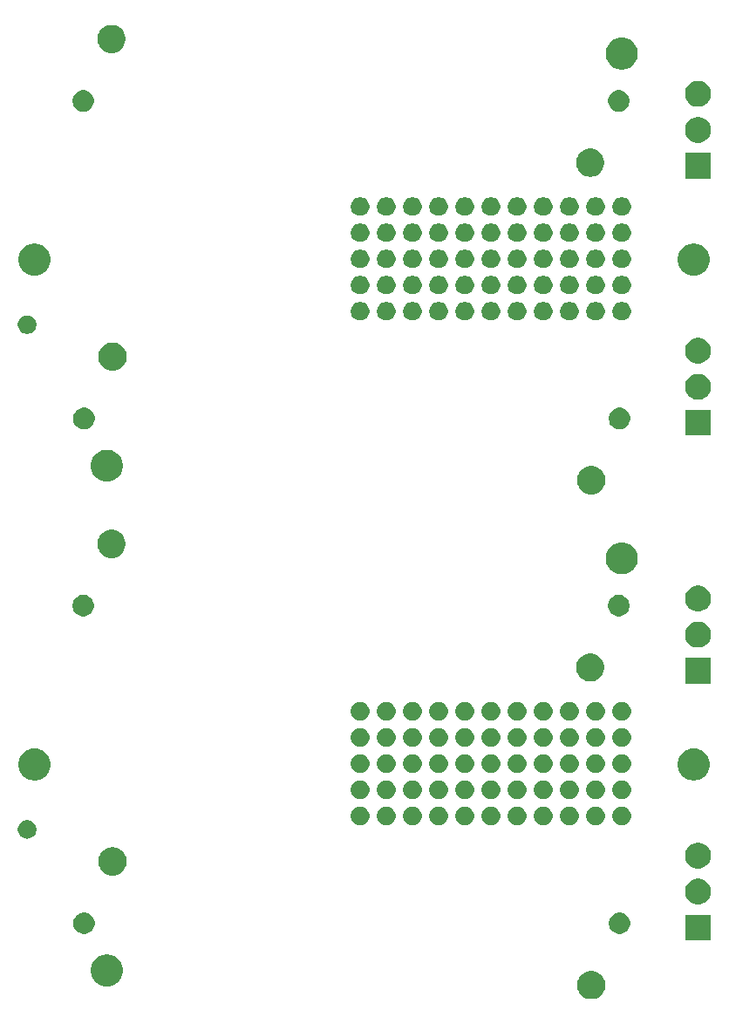
<source format=gbr>
G04 #@! TF.GenerationSoftware,KiCad,Pcbnew,5.1.5-52549c5~86~ubuntu18.04.1*
G04 #@! TF.CreationDate,2020-07-25T13:33:00-05:00*
G04 #@! TF.ProjectId,noname,6e6f6e61-6d65-42e6-9b69-6361645f7063,rev?*
G04 #@! TF.SameCoordinates,Original*
G04 #@! TF.FileFunction,Soldermask,Top*
G04 #@! TF.FilePolarity,Negative*
%FSLAX46Y46*%
G04 Gerber Fmt 4.6, Leading zero omitted, Abs format (unit mm)*
G04 Created by KiCad (PCBNEW 5.1.5-52549c5~86~ubuntu18.04.1) date 2020-07-25 13:33:00*
%MOMM*%
%LPD*%
G04 APERTURE LIST*
%ADD10C,0.100000*%
G04 APERTURE END LIST*
D10*
G36*
X170507724Y-124331497D02*
G01*
X170734906Y-124376686D01*
X170984412Y-124480035D01*
X171208962Y-124630075D01*
X171399925Y-124821038D01*
X171549965Y-125045588D01*
X171653314Y-125295094D01*
X171706000Y-125559968D01*
X171706000Y-125830032D01*
X171653314Y-126094906D01*
X171549965Y-126344412D01*
X171399925Y-126568962D01*
X171208962Y-126759925D01*
X170984412Y-126909965D01*
X170734906Y-127013314D01*
X170507724Y-127058503D01*
X170470033Y-127066000D01*
X170199967Y-127066000D01*
X170162276Y-127058503D01*
X169935094Y-127013314D01*
X169685588Y-126909965D01*
X169461038Y-126759925D01*
X169270075Y-126568962D01*
X169120035Y-126344412D01*
X169016686Y-126094906D01*
X168964000Y-125830032D01*
X168964000Y-125559968D01*
X169016686Y-125295094D01*
X169120035Y-125045588D01*
X169270075Y-124821038D01*
X169461038Y-124630075D01*
X169685588Y-124480035D01*
X169935094Y-124376686D01*
X170162276Y-124331497D01*
X170199967Y-124324000D01*
X170470033Y-124324000D01*
X170507724Y-124331497D01*
G37*
G36*
X123597585Y-122763802D02*
G01*
X123747410Y-122793604D01*
X124029674Y-122910521D01*
X124283705Y-123080259D01*
X124499741Y-123296295D01*
X124669479Y-123550326D01*
X124786396Y-123832590D01*
X124846000Y-124132240D01*
X124846000Y-124437760D01*
X124786396Y-124737410D01*
X124669479Y-125019674D01*
X124499741Y-125273705D01*
X124283705Y-125489741D01*
X124029674Y-125659479D01*
X123747410Y-125776396D01*
X123597585Y-125806198D01*
X123447761Y-125836000D01*
X123142239Y-125836000D01*
X122992415Y-125806198D01*
X122842590Y-125776396D01*
X122560326Y-125659479D01*
X122306295Y-125489741D01*
X122090259Y-125273705D01*
X121920521Y-125019674D01*
X121803604Y-124737410D01*
X121744000Y-124437760D01*
X121744000Y-124132240D01*
X121803604Y-123832590D01*
X121920521Y-123550326D01*
X122090259Y-123296295D01*
X122306295Y-123080259D01*
X122560326Y-122910521D01*
X122842590Y-122793604D01*
X122992415Y-122763802D01*
X123142239Y-122734000D01*
X123447761Y-122734000D01*
X123597585Y-122763802D01*
G37*
G36*
X181956000Y-121371000D02*
G01*
X179454000Y-121371000D01*
X179454000Y-118869000D01*
X181956000Y-118869000D01*
X181956000Y-121371000D01*
G37*
G36*
X121401564Y-118689389D02*
G01*
X121592833Y-118768615D01*
X121592835Y-118768616D01*
X121743070Y-118869000D01*
X121764973Y-118883635D01*
X121911365Y-119030027D01*
X122026385Y-119202167D01*
X122105611Y-119393436D01*
X122146000Y-119596484D01*
X122146000Y-119803516D01*
X122105611Y-120006564D01*
X122026385Y-120197833D01*
X122026384Y-120197835D01*
X121911365Y-120369973D01*
X121764973Y-120516365D01*
X121592835Y-120631384D01*
X121592834Y-120631385D01*
X121592833Y-120631385D01*
X121401564Y-120710611D01*
X121198516Y-120751000D01*
X120991484Y-120751000D01*
X120788436Y-120710611D01*
X120597167Y-120631385D01*
X120597166Y-120631385D01*
X120597165Y-120631384D01*
X120425027Y-120516365D01*
X120278635Y-120369973D01*
X120163616Y-120197835D01*
X120163615Y-120197833D01*
X120084389Y-120006564D01*
X120044000Y-119803516D01*
X120044000Y-119596484D01*
X120084389Y-119393436D01*
X120163615Y-119202167D01*
X120278635Y-119030027D01*
X120425027Y-118883635D01*
X120446930Y-118869000D01*
X120597165Y-118768616D01*
X120597167Y-118768615D01*
X120788436Y-118689389D01*
X120991484Y-118649000D01*
X121198516Y-118649000D01*
X121401564Y-118689389D01*
G37*
G36*
X173391564Y-118689389D02*
G01*
X173582833Y-118768615D01*
X173582835Y-118768616D01*
X173733070Y-118869000D01*
X173754973Y-118883635D01*
X173901365Y-119030027D01*
X174016385Y-119202167D01*
X174095611Y-119393436D01*
X174136000Y-119596484D01*
X174136000Y-119803516D01*
X174095611Y-120006564D01*
X174016385Y-120197833D01*
X174016384Y-120197835D01*
X173901365Y-120369973D01*
X173754973Y-120516365D01*
X173582835Y-120631384D01*
X173582834Y-120631385D01*
X173582833Y-120631385D01*
X173391564Y-120710611D01*
X173188516Y-120751000D01*
X172981484Y-120751000D01*
X172778436Y-120710611D01*
X172587167Y-120631385D01*
X172587166Y-120631385D01*
X172587165Y-120631384D01*
X172415027Y-120516365D01*
X172268635Y-120369973D01*
X172153616Y-120197835D01*
X172153615Y-120197833D01*
X172074389Y-120006564D01*
X172034000Y-119803516D01*
X172034000Y-119596484D01*
X172074389Y-119393436D01*
X172153615Y-119202167D01*
X172268635Y-119030027D01*
X172415027Y-118883635D01*
X172436930Y-118869000D01*
X172587165Y-118768616D01*
X172587167Y-118768615D01*
X172778436Y-118689389D01*
X172981484Y-118649000D01*
X173188516Y-118649000D01*
X173391564Y-118689389D01*
G37*
G36*
X181069903Y-115417075D02*
G01*
X181297571Y-115511378D01*
X181502466Y-115648285D01*
X181676715Y-115822534D01*
X181813622Y-116027429D01*
X181907925Y-116255097D01*
X181956000Y-116496787D01*
X181956000Y-116743213D01*
X181907925Y-116984903D01*
X181813622Y-117212571D01*
X181676715Y-117417466D01*
X181502466Y-117591715D01*
X181297571Y-117728622D01*
X181297570Y-117728623D01*
X181297569Y-117728623D01*
X181069903Y-117822925D01*
X180828214Y-117871000D01*
X180581786Y-117871000D01*
X180340097Y-117822925D01*
X180112431Y-117728623D01*
X180112430Y-117728623D01*
X180112429Y-117728622D01*
X179907534Y-117591715D01*
X179733285Y-117417466D01*
X179596378Y-117212571D01*
X179502075Y-116984903D01*
X179454000Y-116743213D01*
X179454000Y-116496787D01*
X179502075Y-116255097D01*
X179596378Y-116027429D01*
X179733285Y-115822534D01*
X179907534Y-115648285D01*
X180112429Y-115511378D01*
X180340097Y-115417075D01*
X180581786Y-115369000D01*
X180828214Y-115369000D01*
X181069903Y-115417075D01*
G37*
G36*
X124027724Y-112341497D02*
G01*
X124254906Y-112386686D01*
X124504412Y-112490035D01*
X124728962Y-112640075D01*
X124919925Y-112831038D01*
X125069965Y-113055588D01*
X125173314Y-113305094D01*
X125226000Y-113569968D01*
X125226000Y-113840032D01*
X125173314Y-114104906D01*
X125069965Y-114354412D01*
X124919925Y-114578962D01*
X124728962Y-114769925D01*
X124504412Y-114919965D01*
X124254906Y-115023314D01*
X124027724Y-115068503D01*
X123990033Y-115076000D01*
X123719967Y-115076000D01*
X123682276Y-115068503D01*
X123455094Y-115023314D01*
X123205588Y-114919965D01*
X122981038Y-114769925D01*
X122790075Y-114578962D01*
X122640035Y-114354412D01*
X122536686Y-114104906D01*
X122484000Y-113840032D01*
X122484000Y-113569968D01*
X122536686Y-113305094D01*
X122640035Y-113055588D01*
X122790075Y-112831038D01*
X122981038Y-112640075D01*
X123205588Y-112490035D01*
X123455094Y-112386686D01*
X123682276Y-112341497D01*
X123719967Y-112334000D01*
X123990033Y-112334000D01*
X124027724Y-112341497D01*
G37*
G36*
X181069903Y-111917075D02*
G01*
X181297571Y-112011378D01*
X181502466Y-112148285D01*
X181676715Y-112322534D01*
X181788636Y-112490035D01*
X181813623Y-112527431D01*
X181907925Y-112755097D01*
X181956000Y-112996787D01*
X181956000Y-113243213D01*
X181907925Y-113484903D01*
X181813622Y-113712571D01*
X181676715Y-113917466D01*
X181502466Y-114091715D01*
X181297571Y-114228622D01*
X181297570Y-114228623D01*
X181297569Y-114228623D01*
X181069903Y-114322925D01*
X180828214Y-114371000D01*
X180581786Y-114371000D01*
X180340097Y-114322925D01*
X180112431Y-114228623D01*
X180112430Y-114228623D01*
X180112429Y-114228622D01*
X179907534Y-114091715D01*
X179733285Y-113917466D01*
X179596378Y-113712571D01*
X179502075Y-113484903D01*
X179454000Y-113243213D01*
X179454000Y-112996787D01*
X179502075Y-112755097D01*
X179596377Y-112527431D01*
X179621364Y-112490035D01*
X179733285Y-112322534D01*
X179907534Y-112148285D01*
X180112429Y-112011378D01*
X180340097Y-111917075D01*
X180581786Y-111869000D01*
X180828214Y-111869000D01*
X181069903Y-111917075D01*
G37*
G36*
X115683512Y-109698927D02*
G01*
X115832812Y-109728624D01*
X115996784Y-109796544D01*
X116144354Y-109895147D01*
X116269853Y-110020646D01*
X116368456Y-110168216D01*
X116436376Y-110332188D01*
X116471000Y-110506259D01*
X116471000Y-110683741D01*
X116436376Y-110857812D01*
X116368456Y-111021784D01*
X116269853Y-111169354D01*
X116144354Y-111294853D01*
X115996784Y-111393456D01*
X115832812Y-111461376D01*
X115683512Y-111491073D01*
X115658742Y-111496000D01*
X115481258Y-111496000D01*
X115456488Y-111491073D01*
X115307188Y-111461376D01*
X115143216Y-111393456D01*
X114995646Y-111294853D01*
X114870147Y-111169354D01*
X114771544Y-111021784D01*
X114703624Y-110857812D01*
X114669000Y-110683741D01*
X114669000Y-110506259D01*
X114703624Y-110332188D01*
X114771544Y-110168216D01*
X114870147Y-110020646D01*
X114995646Y-109895147D01*
X115143216Y-109796544D01*
X115307188Y-109728624D01*
X115456488Y-109698927D01*
X115481258Y-109694000D01*
X115658742Y-109694000D01*
X115683512Y-109698927D01*
G37*
G36*
X160703512Y-108393927D02*
G01*
X160852812Y-108423624D01*
X161016784Y-108491544D01*
X161164354Y-108590147D01*
X161289853Y-108715646D01*
X161388456Y-108863216D01*
X161456376Y-109027188D01*
X161491000Y-109201259D01*
X161491000Y-109378741D01*
X161456376Y-109552812D01*
X161388456Y-109716784D01*
X161289853Y-109864354D01*
X161164354Y-109989853D01*
X161016784Y-110088456D01*
X160852812Y-110156376D01*
X160703512Y-110186073D01*
X160678742Y-110191000D01*
X160501258Y-110191000D01*
X160476488Y-110186073D01*
X160327188Y-110156376D01*
X160163216Y-110088456D01*
X160015646Y-109989853D01*
X159890147Y-109864354D01*
X159791544Y-109716784D01*
X159723624Y-109552812D01*
X159689000Y-109378741D01*
X159689000Y-109201259D01*
X159723624Y-109027188D01*
X159791544Y-108863216D01*
X159890147Y-108715646D01*
X160015646Y-108590147D01*
X160163216Y-108491544D01*
X160327188Y-108423624D01*
X160476488Y-108393927D01*
X160501258Y-108389000D01*
X160678742Y-108389000D01*
X160703512Y-108393927D01*
G37*
G36*
X150543512Y-108393927D02*
G01*
X150692812Y-108423624D01*
X150856784Y-108491544D01*
X151004354Y-108590147D01*
X151129853Y-108715646D01*
X151228456Y-108863216D01*
X151296376Y-109027188D01*
X151331000Y-109201259D01*
X151331000Y-109378741D01*
X151296376Y-109552812D01*
X151228456Y-109716784D01*
X151129853Y-109864354D01*
X151004354Y-109989853D01*
X150856784Y-110088456D01*
X150692812Y-110156376D01*
X150543512Y-110186073D01*
X150518742Y-110191000D01*
X150341258Y-110191000D01*
X150316488Y-110186073D01*
X150167188Y-110156376D01*
X150003216Y-110088456D01*
X149855646Y-109989853D01*
X149730147Y-109864354D01*
X149631544Y-109716784D01*
X149563624Y-109552812D01*
X149529000Y-109378741D01*
X149529000Y-109201259D01*
X149563624Y-109027188D01*
X149631544Y-108863216D01*
X149730147Y-108715646D01*
X149855646Y-108590147D01*
X150003216Y-108491544D01*
X150167188Y-108423624D01*
X150316488Y-108393927D01*
X150341258Y-108389000D01*
X150518742Y-108389000D01*
X150543512Y-108393927D01*
G37*
G36*
X153083512Y-108393927D02*
G01*
X153232812Y-108423624D01*
X153396784Y-108491544D01*
X153544354Y-108590147D01*
X153669853Y-108715646D01*
X153768456Y-108863216D01*
X153836376Y-109027188D01*
X153871000Y-109201259D01*
X153871000Y-109378741D01*
X153836376Y-109552812D01*
X153768456Y-109716784D01*
X153669853Y-109864354D01*
X153544354Y-109989853D01*
X153396784Y-110088456D01*
X153232812Y-110156376D01*
X153083512Y-110186073D01*
X153058742Y-110191000D01*
X152881258Y-110191000D01*
X152856488Y-110186073D01*
X152707188Y-110156376D01*
X152543216Y-110088456D01*
X152395646Y-109989853D01*
X152270147Y-109864354D01*
X152171544Y-109716784D01*
X152103624Y-109552812D01*
X152069000Y-109378741D01*
X152069000Y-109201259D01*
X152103624Y-109027188D01*
X152171544Y-108863216D01*
X152270147Y-108715646D01*
X152395646Y-108590147D01*
X152543216Y-108491544D01*
X152707188Y-108423624D01*
X152856488Y-108393927D01*
X152881258Y-108389000D01*
X153058742Y-108389000D01*
X153083512Y-108393927D01*
G37*
G36*
X155623512Y-108393927D02*
G01*
X155772812Y-108423624D01*
X155936784Y-108491544D01*
X156084354Y-108590147D01*
X156209853Y-108715646D01*
X156308456Y-108863216D01*
X156376376Y-109027188D01*
X156411000Y-109201259D01*
X156411000Y-109378741D01*
X156376376Y-109552812D01*
X156308456Y-109716784D01*
X156209853Y-109864354D01*
X156084354Y-109989853D01*
X155936784Y-110088456D01*
X155772812Y-110156376D01*
X155623512Y-110186073D01*
X155598742Y-110191000D01*
X155421258Y-110191000D01*
X155396488Y-110186073D01*
X155247188Y-110156376D01*
X155083216Y-110088456D01*
X154935646Y-109989853D01*
X154810147Y-109864354D01*
X154711544Y-109716784D01*
X154643624Y-109552812D01*
X154609000Y-109378741D01*
X154609000Y-109201259D01*
X154643624Y-109027188D01*
X154711544Y-108863216D01*
X154810147Y-108715646D01*
X154935646Y-108590147D01*
X155083216Y-108491544D01*
X155247188Y-108423624D01*
X155396488Y-108393927D01*
X155421258Y-108389000D01*
X155598742Y-108389000D01*
X155623512Y-108393927D01*
G37*
G36*
X158163512Y-108393927D02*
G01*
X158312812Y-108423624D01*
X158476784Y-108491544D01*
X158624354Y-108590147D01*
X158749853Y-108715646D01*
X158848456Y-108863216D01*
X158916376Y-109027188D01*
X158951000Y-109201259D01*
X158951000Y-109378741D01*
X158916376Y-109552812D01*
X158848456Y-109716784D01*
X158749853Y-109864354D01*
X158624354Y-109989853D01*
X158476784Y-110088456D01*
X158312812Y-110156376D01*
X158163512Y-110186073D01*
X158138742Y-110191000D01*
X157961258Y-110191000D01*
X157936488Y-110186073D01*
X157787188Y-110156376D01*
X157623216Y-110088456D01*
X157475646Y-109989853D01*
X157350147Y-109864354D01*
X157251544Y-109716784D01*
X157183624Y-109552812D01*
X157149000Y-109378741D01*
X157149000Y-109201259D01*
X157183624Y-109027188D01*
X157251544Y-108863216D01*
X157350147Y-108715646D01*
X157475646Y-108590147D01*
X157623216Y-108491544D01*
X157787188Y-108423624D01*
X157936488Y-108393927D01*
X157961258Y-108389000D01*
X158138742Y-108389000D01*
X158163512Y-108393927D01*
G37*
G36*
X163243512Y-108393927D02*
G01*
X163392812Y-108423624D01*
X163556784Y-108491544D01*
X163704354Y-108590147D01*
X163829853Y-108715646D01*
X163928456Y-108863216D01*
X163996376Y-109027188D01*
X164031000Y-109201259D01*
X164031000Y-109378741D01*
X163996376Y-109552812D01*
X163928456Y-109716784D01*
X163829853Y-109864354D01*
X163704354Y-109989853D01*
X163556784Y-110088456D01*
X163392812Y-110156376D01*
X163243512Y-110186073D01*
X163218742Y-110191000D01*
X163041258Y-110191000D01*
X163016488Y-110186073D01*
X162867188Y-110156376D01*
X162703216Y-110088456D01*
X162555646Y-109989853D01*
X162430147Y-109864354D01*
X162331544Y-109716784D01*
X162263624Y-109552812D01*
X162229000Y-109378741D01*
X162229000Y-109201259D01*
X162263624Y-109027188D01*
X162331544Y-108863216D01*
X162430147Y-108715646D01*
X162555646Y-108590147D01*
X162703216Y-108491544D01*
X162867188Y-108423624D01*
X163016488Y-108393927D01*
X163041258Y-108389000D01*
X163218742Y-108389000D01*
X163243512Y-108393927D01*
G37*
G36*
X165783512Y-108393927D02*
G01*
X165932812Y-108423624D01*
X166096784Y-108491544D01*
X166244354Y-108590147D01*
X166369853Y-108715646D01*
X166468456Y-108863216D01*
X166536376Y-109027188D01*
X166571000Y-109201259D01*
X166571000Y-109378741D01*
X166536376Y-109552812D01*
X166468456Y-109716784D01*
X166369853Y-109864354D01*
X166244354Y-109989853D01*
X166096784Y-110088456D01*
X165932812Y-110156376D01*
X165783512Y-110186073D01*
X165758742Y-110191000D01*
X165581258Y-110191000D01*
X165556488Y-110186073D01*
X165407188Y-110156376D01*
X165243216Y-110088456D01*
X165095646Y-109989853D01*
X164970147Y-109864354D01*
X164871544Y-109716784D01*
X164803624Y-109552812D01*
X164769000Y-109378741D01*
X164769000Y-109201259D01*
X164803624Y-109027188D01*
X164871544Y-108863216D01*
X164970147Y-108715646D01*
X165095646Y-108590147D01*
X165243216Y-108491544D01*
X165407188Y-108423624D01*
X165556488Y-108393927D01*
X165581258Y-108389000D01*
X165758742Y-108389000D01*
X165783512Y-108393927D01*
G37*
G36*
X168323512Y-108393927D02*
G01*
X168472812Y-108423624D01*
X168636784Y-108491544D01*
X168784354Y-108590147D01*
X168909853Y-108715646D01*
X169008456Y-108863216D01*
X169076376Y-109027188D01*
X169111000Y-109201259D01*
X169111000Y-109378741D01*
X169076376Y-109552812D01*
X169008456Y-109716784D01*
X168909853Y-109864354D01*
X168784354Y-109989853D01*
X168636784Y-110088456D01*
X168472812Y-110156376D01*
X168323512Y-110186073D01*
X168298742Y-110191000D01*
X168121258Y-110191000D01*
X168096488Y-110186073D01*
X167947188Y-110156376D01*
X167783216Y-110088456D01*
X167635646Y-109989853D01*
X167510147Y-109864354D01*
X167411544Y-109716784D01*
X167343624Y-109552812D01*
X167309000Y-109378741D01*
X167309000Y-109201259D01*
X167343624Y-109027188D01*
X167411544Y-108863216D01*
X167510147Y-108715646D01*
X167635646Y-108590147D01*
X167783216Y-108491544D01*
X167947188Y-108423624D01*
X168096488Y-108393927D01*
X168121258Y-108389000D01*
X168298742Y-108389000D01*
X168323512Y-108393927D01*
G37*
G36*
X170863512Y-108393927D02*
G01*
X171012812Y-108423624D01*
X171176784Y-108491544D01*
X171324354Y-108590147D01*
X171449853Y-108715646D01*
X171548456Y-108863216D01*
X171616376Y-109027188D01*
X171651000Y-109201259D01*
X171651000Y-109378741D01*
X171616376Y-109552812D01*
X171548456Y-109716784D01*
X171449853Y-109864354D01*
X171324354Y-109989853D01*
X171176784Y-110088456D01*
X171012812Y-110156376D01*
X170863512Y-110186073D01*
X170838742Y-110191000D01*
X170661258Y-110191000D01*
X170636488Y-110186073D01*
X170487188Y-110156376D01*
X170323216Y-110088456D01*
X170175646Y-109989853D01*
X170050147Y-109864354D01*
X169951544Y-109716784D01*
X169883624Y-109552812D01*
X169849000Y-109378741D01*
X169849000Y-109201259D01*
X169883624Y-109027188D01*
X169951544Y-108863216D01*
X170050147Y-108715646D01*
X170175646Y-108590147D01*
X170323216Y-108491544D01*
X170487188Y-108423624D01*
X170636488Y-108393927D01*
X170661258Y-108389000D01*
X170838742Y-108389000D01*
X170863512Y-108393927D01*
G37*
G36*
X173403512Y-108393927D02*
G01*
X173552812Y-108423624D01*
X173716784Y-108491544D01*
X173864354Y-108590147D01*
X173989853Y-108715646D01*
X174088456Y-108863216D01*
X174156376Y-109027188D01*
X174191000Y-109201259D01*
X174191000Y-109378741D01*
X174156376Y-109552812D01*
X174088456Y-109716784D01*
X173989853Y-109864354D01*
X173864354Y-109989853D01*
X173716784Y-110088456D01*
X173552812Y-110156376D01*
X173403512Y-110186073D01*
X173378742Y-110191000D01*
X173201258Y-110191000D01*
X173176488Y-110186073D01*
X173027188Y-110156376D01*
X172863216Y-110088456D01*
X172715646Y-109989853D01*
X172590147Y-109864354D01*
X172491544Y-109716784D01*
X172423624Y-109552812D01*
X172389000Y-109378741D01*
X172389000Y-109201259D01*
X172423624Y-109027188D01*
X172491544Y-108863216D01*
X172590147Y-108715646D01*
X172715646Y-108590147D01*
X172863216Y-108491544D01*
X173027188Y-108423624D01*
X173176488Y-108393927D01*
X173201258Y-108389000D01*
X173378742Y-108389000D01*
X173403512Y-108393927D01*
G37*
G36*
X148003512Y-108393927D02*
G01*
X148152812Y-108423624D01*
X148316784Y-108491544D01*
X148464354Y-108590147D01*
X148589853Y-108715646D01*
X148688456Y-108863216D01*
X148756376Y-109027188D01*
X148791000Y-109201259D01*
X148791000Y-109378741D01*
X148756376Y-109552812D01*
X148688456Y-109716784D01*
X148589853Y-109864354D01*
X148464354Y-109989853D01*
X148316784Y-110088456D01*
X148152812Y-110156376D01*
X148003512Y-110186073D01*
X147978742Y-110191000D01*
X147801258Y-110191000D01*
X147776488Y-110186073D01*
X147627188Y-110156376D01*
X147463216Y-110088456D01*
X147315646Y-109989853D01*
X147190147Y-109864354D01*
X147091544Y-109716784D01*
X147023624Y-109552812D01*
X146989000Y-109378741D01*
X146989000Y-109201259D01*
X147023624Y-109027188D01*
X147091544Y-108863216D01*
X147190147Y-108715646D01*
X147315646Y-108590147D01*
X147463216Y-108491544D01*
X147627188Y-108423624D01*
X147776488Y-108393927D01*
X147801258Y-108389000D01*
X147978742Y-108389000D01*
X148003512Y-108393927D01*
G37*
G36*
X153083512Y-105853927D02*
G01*
X153232812Y-105883624D01*
X153396784Y-105951544D01*
X153544354Y-106050147D01*
X153669853Y-106175646D01*
X153768456Y-106323216D01*
X153836376Y-106487188D01*
X153871000Y-106661259D01*
X153871000Y-106838741D01*
X153836376Y-107012812D01*
X153768456Y-107176784D01*
X153669853Y-107324354D01*
X153544354Y-107449853D01*
X153396784Y-107548456D01*
X153232812Y-107616376D01*
X153083512Y-107646073D01*
X153058742Y-107651000D01*
X152881258Y-107651000D01*
X152856488Y-107646073D01*
X152707188Y-107616376D01*
X152543216Y-107548456D01*
X152395646Y-107449853D01*
X152270147Y-107324354D01*
X152171544Y-107176784D01*
X152103624Y-107012812D01*
X152069000Y-106838741D01*
X152069000Y-106661259D01*
X152103624Y-106487188D01*
X152171544Y-106323216D01*
X152270147Y-106175646D01*
X152395646Y-106050147D01*
X152543216Y-105951544D01*
X152707188Y-105883624D01*
X152856488Y-105853927D01*
X152881258Y-105849000D01*
X153058742Y-105849000D01*
X153083512Y-105853927D01*
G37*
G36*
X150543512Y-105853927D02*
G01*
X150692812Y-105883624D01*
X150856784Y-105951544D01*
X151004354Y-106050147D01*
X151129853Y-106175646D01*
X151228456Y-106323216D01*
X151296376Y-106487188D01*
X151331000Y-106661259D01*
X151331000Y-106838741D01*
X151296376Y-107012812D01*
X151228456Y-107176784D01*
X151129853Y-107324354D01*
X151004354Y-107449853D01*
X150856784Y-107548456D01*
X150692812Y-107616376D01*
X150543512Y-107646073D01*
X150518742Y-107651000D01*
X150341258Y-107651000D01*
X150316488Y-107646073D01*
X150167188Y-107616376D01*
X150003216Y-107548456D01*
X149855646Y-107449853D01*
X149730147Y-107324354D01*
X149631544Y-107176784D01*
X149563624Y-107012812D01*
X149529000Y-106838741D01*
X149529000Y-106661259D01*
X149563624Y-106487188D01*
X149631544Y-106323216D01*
X149730147Y-106175646D01*
X149855646Y-106050147D01*
X150003216Y-105951544D01*
X150167188Y-105883624D01*
X150316488Y-105853927D01*
X150341258Y-105849000D01*
X150518742Y-105849000D01*
X150543512Y-105853927D01*
G37*
G36*
X148003512Y-105853927D02*
G01*
X148152812Y-105883624D01*
X148316784Y-105951544D01*
X148464354Y-106050147D01*
X148589853Y-106175646D01*
X148688456Y-106323216D01*
X148756376Y-106487188D01*
X148791000Y-106661259D01*
X148791000Y-106838741D01*
X148756376Y-107012812D01*
X148688456Y-107176784D01*
X148589853Y-107324354D01*
X148464354Y-107449853D01*
X148316784Y-107548456D01*
X148152812Y-107616376D01*
X148003512Y-107646073D01*
X147978742Y-107651000D01*
X147801258Y-107651000D01*
X147776488Y-107646073D01*
X147627188Y-107616376D01*
X147463216Y-107548456D01*
X147315646Y-107449853D01*
X147190147Y-107324354D01*
X147091544Y-107176784D01*
X147023624Y-107012812D01*
X146989000Y-106838741D01*
X146989000Y-106661259D01*
X147023624Y-106487188D01*
X147091544Y-106323216D01*
X147190147Y-106175646D01*
X147315646Y-106050147D01*
X147463216Y-105951544D01*
X147627188Y-105883624D01*
X147776488Y-105853927D01*
X147801258Y-105849000D01*
X147978742Y-105849000D01*
X148003512Y-105853927D01*
G37*
G36*
X170863512Y-105853927D02*
G01*
X171012812Y-105883624D01*
X171176784Y-105951544D01*
X171324354Y-106050147D01*
X171449853Y-106175646D01*
X171548456Y-106323216D01*
X171616376Y-106487188D01*
X171651000Y-106661259D01*
X171651000Y-106838741D01*
X171616376Y-107012812D01*
X171548456Y-107176784D01*
X171449853Y-107324354D01*
X171324354Y-107449853D01*
X171176784Y-107548456D01*
X171012812Y-107616376D01*
X170863512Y-107646073D01*
X170838742Y-107651000D01*
X170661258Y-107651000D01*
X170636488Y-107646073D01*
X170487188Y-107616376D01*
X170323216Y-107548456D01*
X170175646Y-107449853D01*
X170050147Y-107324354D01*
X169951544Y-107176784D01*
X169883624Y-107012812D01*
X169849000Y-106838741D01*
X169849000Y-106661259D01*
X169883624Y-106487188D01*
X169951544Y-106323216D01*
X170050147Y-106175646D01*
X170175646Y-106050147D01*
X170323216Y-105951544D01*
X170487188Y-105883624D01*
X170636488Y-105853927D01*
X170661258Y-105849000D01*
X170838742Y-105849000D01*
X170863512Y-105853927D01*
G37*
G36*
X168323512Y-105853927D02*
G01*
X168472812Y-105883624D01*
X168636784Y-105951544D01*
X168784354Y-106050147D01*
X168909853Y-106175646D01*
X169008456Y-106323216D01*
X169076376Y-106487188D01*
X169111000Y-106661259D01*
X169111000Y-106838741D01*
X169076376Y-107012812D01*
X169008456Y-107176784D01*
X168909853Y-107324354D01*
X168784354Y-107449853D01*
X168636784Y-107548456D01*
X168472812Y-107616376D01*
X168323512Y-107646073D01*
X168298742Y-107651000D01*
X168121258Y-107651000D01*
X168096488Y-107646073D01*
X167947188Y-107616376D01*
X167783216Y-107548456D01*
X167635646Y-107449853D01*
X167510147Y-107324354D01*
X167411544Y-107176784D01*
X167343624Y-107012812D01*
X167309000Y-106838741D01*
X167309000Y-106661259D01*
X167343624Y-106487188D01*
X167411544Y-106323216D01*
X167510147Y-106175646D01*
X167635646Y-106050147D01*
X167783216Y-105951544D01*
X167947188Y-105883624D01*
X168096488Y-105853927D01*
X168121258Y-105849000D01*
X168298742Y-105849000D01*
X168323512Y-105853927D01*
G37*
G36*
X165783512Y-105853927D02*
G01*
X165932812Y-105883624D01*
X166096784Y-105951544D01*
X166244354Y-106050147D01*
X166369853Y-106175646D01*
X166468456Y-106323216D01*
X166536376Y-106487188D01*
X166571000Y-106661259D01*
X166571000Y-106838741D01*
X166536376Y-107012812D01*
X166468456Y-107176784D01*
X166369853Y-107324354D01*
X166244354Y-107449853D01*
X166096784Y-107548456D01*
X165932812Y-107616376D01*
X165783512Y-107646073D01*
X165758742Y-107651000D01*
X165581258Y-107651000D01*
X165556488Y-107646073D01*
X165407188Y-107616376D01*
X165243216Y-107548456D01*
X165095646Y-107449853D01*
X164970147Y-107324354D01*
X164871544Y-107176784D01*
X164803624Y-107012812D01*
X164769000Y-106838741D01*
X164769000Y-106661259D01*
X164803624Y-106487188D01*
X164871544Y-106323216D01*
X164970147Y-106175646D01*
X165095646Y-106050147D01*
X165243216Y-105951544D01*
X165407188Y-105883624D01*
X165556488Y-105853927D01*
X165581258Y-105849000D01*
X165758742Y-105849000D01*
X165783512Y-105853927D01*
G37*
G36*
X163243512Y-105853927D02*
G01*
X163392812Y-105883624D01*
X163556784Y-105951544D01*
X163704354Y-106050147D01*
X163829853Y-106175646D01*
X163928456Y-106323216D01*
X163996376Y-106487188D01*
X164031000Y-106661259D01*
X164031000Y-106838741D01*
X163996376Y-107012812D01*
X163928456Y-107176784D01*
X163829853Y-107324354D01*
X163704354Y-107449853D01*
X163556784Y-107548456D01*
X163392812Y-107616376D01*
X163243512Y-107646073D01*
X163218742Y-107651000D01*
X163041258Y-107651000D01*
X163016488Y-107646073D01*
X162867188Y-107616376D01*
X162703216Y-107548456D01*
X162555646Y-107449853D01*
X162430147Y-107324354D01*
X162331544Y-107176784D01*
X162263624Y-107012812D01*
X162229000Y-106838741D01*
X162229000Y-106661259D01*
X162263624Y-106487188D01*
X162331544Y-106323216D01*
X162430147Y-106175646D01*
X162555646Y-106050147D01*
X162703216Y-105951544D01*
X162867188Y-105883624D01*
X163016488Y-105853927D01*
X163041258Y-105849000D01*
X163218742Y-105849000D01*
X163243512Y-105853927D01*
G37*
G36*
X160703512Y-105853927D02*
G01*
X160852812Y-105883624D01*
X161016784Y-105951544D01*
X161164354Y-106050147D01*
X161289853Y-106175646D01*
X161388456Y-106323216D01*
X161456376Y-106487188D01*
X161491000Y-106661259D01*
X161491000Y-106838741D01*
X161456376Y-107012812D01*
X161388456Y-107176784D01*
X161289853Y-107324354D01*
X161164354Y-107449853D01*
X161016784Y-107548456D01*
X160852812Y-107616376D01*
X160703512Y-107646073D01*
X160678742Y-107651000D01*
X160501258Y-107651000D01*
X160476488Y-107646073D01*
X160327188Y-107616376D01*
X160163216Y-107548456D01*
X160015646Y-107449853D01*
X159890147Y-107324354D01*
X159791544Y-107176784D01*
X159723624Y-107012812D01*
X159689000Y-106838741D01*
X159689000Y-106661259D01*
X159723624Y-106487188D01*
X159791544Y-106323216D01*
X159890147Y-106175646D01*
X160015646Y-106050147D01*
X160163216Y-105951544D01*
X160327188Y-105883624D01*
X160476488Y-105853927D01*
X160501258Y-105849000D01*
X160678742Y-105849000D01*
X160703512Y-105853927D01*
G37*
G36*
X158163512Y-105853927D02*
G01*
X158312812Y-105883624D01*
X158476784Y-105951544D01*
X158624354Y-106050147D01*
X158749853Y-106175646D01*
X158848456Y-106323216D01*
X158916376Y-106487188D01*
X158951000Y-106661259D01*
X158951000Y-106838741D01*
X158916376Y-107012812D01*
X158848456Y-107176784D01*
X158749853Y-107324354D01*
X158624354Y-107449853D01*
X158476784Y-107548456D01*
X158312812Y-107616376D01*
X158163512Y-107646073D01*
X158138742Y-107651000D01*
X157961258Y-107651000D01*
X157936488Y-107646073D01*
X157787188Y-107616376D01*
X157623216Y-107548456D01*
X157475646Y-107449853D01*
X157350147Y-107324354D01*
X157251544Y-107176784D01*
X157183624Y-107012812D01*
X157149000Y-106838741D01*
X157149000Y-106661259D01*
X157183624Y-106487188D01*
X157251544Y-106323216D01*
X157350147Y-106175646D01*
X157475646Y-106050147D01*
X157623216Y-105951544D01*
X157787188Y-105883624D01*
X157936488Y-105853927D01*
X157961258Y-105849000D01*
X158138742Y-105849000D01*
X158163512Y-105853927D01*
G37*
G36*
X155623512Y-105853927D02*
G01*
X155772812Y-105883624D01*
X155936784Y-105951544D01*
X156084354Y-106050147D01*
X156209853Y-106175646D01*
X156308456Y-106323216D01*
X156376376Y-106487188D01*
X156411000Y-106661259D01*
X156411000Y-106838741D01*
X156376376Y-107012812D01*
X156308456Y-107176784D01*
X156209853Y-107324354D01*
X156084354Y-107449853D01*
X155936784Y-107548456D01*
X155772812Y-107616376D01*
X155623512Y-107646073D01*
X155598742Y-107651000D01*
X155421258Y-107651000D01*
X155396488Y-107646073D01*
X155247188Y-107616376D01*
X155083216Y-107548456D01*
X154935646Y-107449853D01*
X154810147Y-107324354D01*
X154711544Y-107176784D01*
X154643624Y-107012812D01*
X154609000Y-106838741D01*
X154609000Y-106661259D01*
X154643624Y-106487188D01*
X154711544Y-106323216D01*
X154810147Y-106175646D01*
X154935646Y-106050147D01*
X155083216Y-105951544D01*
X155247188Y-105883624D01*
X155396488Y-105853927D01*
X155421258Y-105849000D01*
X155598742Y-105849000D01*
X155623512Y-105853927D01*
G37*
G36*
X173403512Y-105853927D02*
G01*
X173552812Y-105883624D01*
X173716784Y-105951544D01*
X173864354Y-106050147D01*
X173989853Y-106175646D01*
X174088456Y-106323216D01*
X174156376Y-106487188D01*
X174191000Y-106661259D01*
X174191000Y-106838741D01*
X174156376Y-107012812D01*
X174088456Y-107176784D01*
X173989853Y-107324354D01*
X173864354Y-107449853D01*
X173716784Y-107548456D01*
X173552812Y-107616376D01*
X173403512Y-107646073D01*
X173378742Y-107651000D01*
X173201258Y-107651000D01*
X173176488Y-107646073D01*
X173027188Y-107616376D01*
X172863216Y-107548456D01*
X172715646Y-107449853D01*
X172590147Y-107324354D01*
X172491544Y-107176784D01*
X172423624Y-107012812D01*
X172389000Y-106838741D01*
X172389000Y-106661259D01*
X172423624Y-106487188D01*
X172491544Y-106323216D01*
X172590147Y-106175646D01*
X172715646Y-106050147D01*
X172863216Y-105951544D01*
X173027188Y-105883624D01*
X173176488Y-105853927D01*
X173201258Y-105849000D01*
X173378742Y-105849000D01*
X173403512Y-105853927D01*
G37*
G36*
X180597585Y-102763802D02*
G01*
X180747410Y-102793604D01*
X181029674Y-102910521D01*
X181283705Y-103080259D01*
X181499741Y-103296295D01*
X181669479Y-103550326D01*
X181786396Y-103832590D01*
X181846000Y-104132240D01*
X181846000Y-104437760D01*
X181786396Y-104737410D01*
X181669479Y-105019674D01*
X181499741Y-105273705D01*
X181283705Y-105489741D01*
X181029674Y-105659479D01*
X180747410Y-105776396D01*
X180597585Y-105806198D01*
X180447761Y-105836000D01*
X180142239Y-105836000D01*
X179992415Y-105806198D01*
X179842590Y-105776396D01*
X179560326Y-105659479D01*
X179306295Y-105489741D01*
X179090259Y-105273705D01*
X178920521Y-105019674D01*
X178803604Y-104737410D01*
X178744000Y-104437760D01*
X178744000Y-104132240D01*
X178803604Y-103832590D01*
X178920521Y-103550326D01*
X179090259Y-103296295D01*
X179306295Y-103080259D01*
X179560326Y-102910521D01*
X179842590Y-102793604D01*
X179992415Y-102763802D01*
X180142239Y-102734000D01*
X180447761Y-102734000D01*
X180597585Y-102763802D01*
G37*
G36*
X116597585Y-102763802D02*
G01*
X116747410Y-102793604D01*
X117029674Y-102910521D01*
X117283705Y-103080259D01*
X117499741Y-103296295D01*
X117669479Y-103550326D01*
X117786396Y-103832590D01*
X117846000Y-104132240D01*
X117846000Y-104437760D01*
X117786396Y-104737410D01*
X117669479Y-105019674D01*
X117499741Y-105273705D01*
X117283705Y-105489741D01*
X117029674Y-105659479D01*
X116747410Y-105776396D01*
X116597585Y-105806198D01*
X116447761Y-105836000D01*
X116142239Y-105836000D01*
X115992415Y-105806198D01*
X115842590Y-105776396D01*
X115560326Y-105659479D01*
X115306295Y-105489741D01*
X115090259Y-105273705D01*
X114920521Y-105019674D01*
X114803604Y-104737410D01*
X114744000Y-104437760D01*
X114744000Y-104132240D01*
X114803604Y-103832590D01*
X114920521Y-103550326D01*
X115090259Y-103296295D01*
X115306295Y-103080259D01*
X115560326Y-102910521D01*
X115842590Y-102793604D01*
X115992415Y-102763802D01*
X116142239Y-102734000D01*
X116447761Y-102734000D01*
X116597585Y-102763802D01*
G37*
G36*
X173403512Y-103313927D02*
G01*
X173552812Y-103343624D01*
X173716784Y-103411544D01*
X173864354Y-103510147D01*
X173989853Y-103635646D01*
X174088456Y-103783216D01*
X174156376Y-103947188D01*
X174191000Y-104121259D01*
X174191000Y-104298741D01*
X174156376Y-104472812D01*
X174088456Y-104636784D01*
X173989853Y-104784354D01*
X173864354Y-104909853D01*
X173716784Y-105008456D01*
X173552812Y-105076376D01*
X173403512Y-105106073D01*
X173378742Y-105111000D01*
X173201258Y-105111000D01*
X173176488Y-105106073D01*
X173027188Y-105076376D01*
X172863216Y-105008456D01*
X172715646Y-104909853D01*
X172590147Y-104784354D01*
X172491544Y-104636784D01*
X172423624Y-104472812D01*
X172389000Y-104298741D01*
X172389000Y-104121259D01*
X172423624Y-103947188D01*
X172491544Y-103783216D01*
X172590147Y-103635646D01*
X172715646Y-103510147D01*
X172863216Y-103411544D01*
X173027188Y-103343624D01*
X173176488Y-103313927D01*
X173201258Y-103309000D01*
X173378742Y-103309000D01*
X173403512Y-103313927D01*
G37*
G36*
X170863512Y-103313927D02*
G01*
X171012812Y-103343624D01*
X171176784Y-103411544D01*
X171324354Y-103510147D01*
X171449853Y-103635646D01*
X171548456Y-103783216D01*
X171616376Y-103947188D01*
X171651000Y-104121259D01*
X171651000Y-104298741D01*
X171616376Y-104472812D01*
X171548456Y-104636784D01*
X171449853Y-104784354D01*
X171324354Y-104909853D01*
X171176784Y-105008456D01*
X171012812Y-105076376D01*
X170863512Y-105106073D01*
X170838742Y-105111000D01*
X170661258Y-105111000D01*
X170636488Y-105106073D01*
X170487188Y-105076376D01*
X170323216Y-105008456D01*
X170175646Y-104909853D01*
X170050147Y-104784354D01*
X169951544Y-104636784D01*
X169883624Y-104472812D01*
X169849000Y-104298741D01*
X169849000Y-104121259D01*
X169883624Y-103947188D01*
X169951544Y-103783216D01*
X170050147Y-103635646D01*
X170175646Y-103510147D01*
X170323216Y-103411544D01*
X170487188Y-103343624D01*
X170636488Y-103313927D01*
X170661258Y-103309000D01*
X170838742Y-103309000D01*
X170863512Y-103313927D01*
G37*
G36*
X168323512Y-103313927D02*
G01*
X168472812Y-103343624D01*
X168636784Y-103411544D01*
X168784354Y-103510147D01*
X168909853Y-103635646D01*
X169008456Y-103783216D01*
X169076376Y-103947188D01*
X169111000Y-104121259D01*
X169111000Y-104298741D01*
X169076376Y-104472812D01*
X169008456Y-104636784D01*
X168909853Y-104784354D01*
X168784354Y-104909853D01*
X168636784Y-105008456D01*
X168472812Y-105076376D01*
X168323512Y-105106073D01*
X168298742Y-105111000D01*
X168121258Y-105111000D01*
X168096488Y-105106073D01*
X167947188Y-105076376D01*
X167783216Y-105008456D01*
X167635646Y-104909853D01*
X167510147Y-104784354D01*
X167411544Y-104636784D01*
X167343624Y-104472812D01*
X167309000Y-104298741D01*
X167309000Y-104121259D01*
X167343624Y-103947188D01*
X167411544Y-103783216D01*
X167510147Y-103635646D01*
X167635646Y-103510147D01*
X167783216Y-103411544D01*
X167947188Y-103343624D01*
X168096488Y-103313927D01*
X168121258Y-103309000D01*
X168298742Y-103309000D01*
X168323512Y-103313927D01*
G37*
G36*
X165783512Y-103313927D02*
G01*
X165932812Y-103343624D01*
X166096784Y-103411544D01*
X166244354Y-103510147D01*
X166369853Y-103635646D01*
X166468456Y-103783216D01*
X166536376Y-103947188D01*
X166571000Y-104121259D01*
X166571000Y-104298741D01*
X166536376Y-104472812D01*
X166468456Y-104636784D01*
X166369853Y-104784354D01*
X166244354Y-104909853D01*
X166096784Y-105008456D01*
X165932812Y-105076376D01*
X165783512Y-105106073D01*
X165758742Y-105111000D01*
X165581258Y-105111000D01*
X165556488Y-105106073D01*
X165407188Y-105076376D01*
X165243216Y-105008456D01*
X165095646Y-104909853D01*
X164970147Y-104784354D01*
X164871544Y-104636784D01*
X164803624Y-104472812D01*
X164769000Y-104298741D01*
X164769000Y-104121259D01*
X164803624Y-103947188D01*
X164871544Y-103783216D01*
X164970147Y-103635646D01*
X165095646Y-103510147D01*
X165243216Y-103411544D01*
X165407188Y-103343624D01*
X165556488Y-103313927D01*
X165581258Y-103309000D01*
X165758742Y-103309000D01*
X165783512Y-103313927D01*
G37*
G36*
X160703512Y-103313927D02*
G01*
X160852812Y-103343624D01*
X161016784Y-103411544D01*
X161164354Y-103510147D01*
X161289853Y-103635646D01*
X161388456Y-103783216D01*
X161456376Y-103947188D01*
X161491000Y-104121259D01*
X161491000Y-104298741D01*
X161456376Y-104472812D01*
X161388456Y-104636784D01*
X161289853Y-104784354D01*
X161164354Y-104909853D01*
X161016784Y-105008456D01*
X160852812Y-105076376D01*
X160703512Y-105106073D01*
X160678742Y-105111000D01*
X160501258Y-105111000D01*
X160476488Y-105106073D01*
X160327188Y-105076376D01*
X160163216Y-105008456D01*
X160015646Y-104909853D01*
X159890147Y-104784354D01*
X159791544Y-104636784D01*
X159723624Y-104472812D01*
X159689000Y-104298741D01*
X159689000Y-104121259D01*
X159723624Y-103947188D01*
X159791544Y-103783216D01*
X159890147Y-103635646D01*
X160015646Y-103510147D01*
X160163216Y-103411544D01*
X160327188Y-103343624D01*
X160476488Y-103313927D01*
X160501258Y-103309000D01*
X160678742Y-103309000D01*
X160703512Y-103313927D01*
G37*
G36*
X158163512Y-103313927D02*
G01*
X158312812Y-103343624D01*
X158476784Y-103411544D01*
X158624354Y-103510147D01*
X158749853Y-103635646D01*
X158848456Y-103783216D01*
X158916376Y-103947188D01*
X158951000Y-104121259D01*
X158951000Y-104298741D01*
X158916376Y-104472812D01*
X158848456Y-104636784D01*
X158749853Y-104784354D01*
X158624354Y-104909853D01*
X158476784Y-105008456D01*
X158312812Y-105076376D01*
X158163512Y-105106073D01*
X158138742Y-105111000D01*
X157961258Y-105111000D01*
X157936488Y-105106073D01*
X157787188Y-105076376D01*
X157623216Y-105008456D01*
X157475646Y-104909853D01*
X157350147Y-104784354D01*
X157251544Y-104636784D01*
X157183624Y-104472812D01*
X157149000Y-104298741D01*
X157149000Y-104121259D01*
X157183624Y-103947188D01*
X157251544Y-103783216D01*
X157350147Y-103635646D01*
X157475646Y-103510147D01*
X157623216Y-103411544D01*
X157787188Y-103343624D01*
X157936488Y-103313927D01*
X157961258Y-103309000D01*
X158138742Y-103309000D01*
X158163512Y-103313927D01*
G37*
G36*
X153083512Y-103313927D02*
G01*
X153232812Y-103343624D01*
X153396784Y-103411544D01*
X153544354Y-103510147D01*
X153669853Y-103635646D01*
X153768456Y-103783216D01*
X153836376Y-103947188D01*
X153871000Y-104121259D01*
X153871000Y-104298741D01*
X153836376Y-104472812D01*
X153768456Y-104636784D01*
X153669853Y-104784354D01*
X153544354Y-104909853D01*
X153396784Y-105008456D01*
X153232812Y-105076376D01*
X153083512Y-105106073D01*
X153058742Y-105111000D01*
X152881258Y-105111000D01*
X152856488Y-105106073D01*
X152707188Y-105076376D01*
X152543216Y-105008456D01*
X152395646Y-104909853D01*
X152270147Y-104784354D01*
X152171544Y-104636784D01*
X152103624Y-104472812D01*
X152069000Y-104298741D01*
X152069000Y-104121259D01*
X152103624Y-103947188D01*
X152171544Y-103783216D01*
X152270147Y-103635646D01*
X152395646Y-103510147D01*
X152543216Y-103411544D01*
X152707188Y-103343624D01*
X152856488Y-103313927D01*
X152881258Y-103309000D01*
X153058742Y-103309000D01*
X153083512Y-103313927D01*
G37*
G36*
X148003512Y-103313927D02*
G01*
X148152812Y-103343624D01*
X148316784Y-103411544D01*
X148464354Y-103510147D01*
X148589853Y-103635646D01*
X148688456Y-103783216D01*
X148756376Y-103947188D01*
X148791000Y-104121259D01*
X148791000Y-104298741D01*
X148756376Y-104472812D01*
X148688456Y-104636784D01*
X148589853Y-104784354D01*
X148464354Y-104909853D01*
X148316784Y-105008456D01*
X148152812Y-105076376D01*
X148003512Y-105106073D01*
X147978742Y-105111000D01*
X147801258Y-105111000D01*
X147776488Y-105106073D01*
X147627188Y-105076376D01*
X147463216Y-105008456D01*
X147315646Y-104909853D01*
X147190147Y-104784354D01*
X147091544Y-104636784D01*
X147023624Y-104472812D01*
X146989000Y-104298741D01*
X146989000Y-104121259D01*
X147023624Y-103947188D01*
X147091544Y-103783216D01*
X147190147Y-103635646D01*
X147315646Y-103510147D01*
X147463216Y-103411544D01*
X147627188Y-103343624D01*
X147776488Y-103313927D01*
X147801258Y-103309000D01*
X147978742Y-103309000D01*
X148003512Y-103313927D01*
G37*
G36*
X150543512Y-103313927D02*
G01*
X150692812Y-103343624D01*
X150856784Y-103411544D01*
X151004354Y-103510147D01*
X151129853Y-103635646D01*
X151228456Y-103783216D01*
X151296376Y-103947188D01*
X151331000Y-104121259D01*
X151331000Y-104298741D01*
X151296376Y-104472812D01*
X151228456Y-104636784D01*
X151129853Y-104784354D01*
X151004354Y-104909853D01*
X150856784Y-105008456D01*
X150692812Y-105076376D01*
X150543512Y-105106073D01*
X150518742Y-105111000D01*
X150341258Y-105111000D01*
X150316488Y-105106073D01*
X150167188Y-105076376D01*
X150003216Y-105008456D01*
X149855646Y-104909853D01*
X149730147Y-104784354D01*
X149631544Y-104636784D01*
X149563624Y-104472812D01*
X149529000Y-104298741D01*
X149529000Y-104121259D01*
X149563624Y-103947188D01*
X149631544Y-103783216D01*
X149730147Y-103635646D01*
X149855646Y-103510147D01*
X150003216Y-103411544D01*
X150167188Y-103343624D01*
X150316488Y-103313927D01*
X150341258Y-103309000D01*
X150518742Y-103309000D01*
X150543512Y-103313927D01*
G37*
G36*
X163243512Y-103313927D02*
G01*
X163392812Y-103343624D01*
X163556784Y-103411544D01*
X163704354Y-103510147D01*
X163829853Y-103635646D01*
X163928456Y-103783216D01*
X163996376Y-103947188D01*
X164031000Y-104121259D01*
X164031000Y-104298741D01*
X163996376Y-104472812D01*
X163928456Y-104636784D01*
X163829853Y-104784354D01*
X163704354Y-104909853D01*
X163556784Y-105008456D01*
X163392812Y-105076376D01*
X163243512Y-105106073D01*
X163218742Y-105111000D01*
X163041258Y-105111000D01*
X163016488Y-105106073D01*
X162867188Y-105076376D01*
X162703216Y-105008456D01*
X162555646Y-104909853D01*
X162430147Y-104784354D01*
X162331544Y-104636784D01*
X162263624Y-104472812D01*
X162229000Y-104298741D01*
X162229000Y-104121259D01*
X162263624Y-103947188D01*
X162331544Y-103783216D01*
X162430147Y-103635646D01*
X162555646Y-103510147D01*
X162703216Y-103411544D01*
X162867188Y-103343624D01*
X163016488Y-103313927D01*
X163041258Y-103309000D01*
X163218742Y-103309000D01*
X163243512Y-103313927D01*
G37*
G36*
X155623512Y-103313927D02*
G01*
X155772812Y-103343624D01*
X155936784Y-103411544D01*
X156084354Y-103510147D01*
X156209853Y-103635646D01*
X156308456Y-103783216D01*
X156376376Y-103947188D01*
X156411000Y-104121259D01*
X156411000Y-104298741D01*
X156376376Y-104472812D01*
X156308456Y-104636784D01*
X156209853Y-104784354D01*
X156084354Y-104909853D01*
X155936784Y-105008456D01*
X155772812Y-105076376D01*
X155623512Y-105106073D01*
X155598742Y-105111000D01*
X155421258Y-105111000D01*
X155396488Y-105106073D01*
X155247188Y-105076376D01*
X155083216Y-105008456D01*
X154935646Y-104909853D01*
X154810147Y-104784354D01*
X154711544Y-104636784D01*
X154643624Y-104472812D01*
X154609000Y-104298741D01*
X154609000Y-104121259D01*
X154643624Y-103947188D01*
X154711544Y-103783216D01*
X154810147Y-103635646D01*
X154935646Y-103510147D01*
X155083216Y-103411544D01*
X155247188Y-103343624D01*
X155396488Y-103313927D01*
X155421258Y-103309000D01*
X155598742Y-103309000D01*
X155623512Y-103313927D01*
G37*
G36*
X173403512Y-100773927D02*
G01*
X173552812Y-100803624D01*
X173716784Y-100871544D01*
X173864354Y-100970147D01*
X173989853Y-101095646D01*
X174088456Y-101243216D01*
X174156376Y-101407188D01*
X174191000Y-101581259D01*
X174191000Y-101758741D01*
X174156376Y-101932812D01*
X174088456Y-102096784D01*
X173989853Y-102244354D01*
X173864354Y-102369853D01*
X173716784Y-102468456D01*
X173552812Y-102536376D01*
X173403512Y-102566073D01*
X173378742Y-102571000D01*
X173201258Y-102571000D01*
X173176488Y-102566073D01*
X173027188Y-102536376D01*
X172863216Y-102468456D01*
X172715646Y-102369853D01*
X172590147Y-102244354D01*
X172491544Y-102096784D01*
X172423624Y-101932812D01*
X172389000Y-101758741D01*
X172389000Y-101581259D01*
X172423624Y-101407188D01*
X172491544Y-101243216D01*
X172590147Y-101095646D01*
X172715646Y-100970147D01*
X172863216Y-100871544D01*
X173027188Y-100803624D01*
X173176488Y-100773927D01*
X173201258Y-100769000D01*
X173378742Y-100769000D01*
X173403512Y-100773927D01*
G37*
G36*
X163243512Y-100773927D02*
G01*
X163392812Y-100803624D01*
X163556784Y-100871544D01*
X163704354Y-100970147D01*
X163829853Y-101095646D01*
X163928456Y-101243216D01*
X163996376Y-101407188D01*
X164031000Y-101581259D01*
X164031000Y-101758741D01*
X163996376Y-101932812D01*
X163928456Y-102096784D01*
X163829853Y-102244354D01*
X163704354Y-102369853D01*
X163556784Y-102468456D01*
X163392812Y-102536376D01*
X163243512Y-102566073D01*
X163218742Y-102571000D01*
X163041258Y-102571000D01*
X163016488Y-102566073D01*
X162867188Y-102536376D01*
X162703216Y-102468456D01*
X162555646Y-102369853D01*
X162430147Y-102244354D01*
X162331544Y-102096784D01*
X162263624Y-101932812D01*
X162229000Y-101758741D01*
X162229000Y-101581259D01*
X162263624Y-101407188D01*
X162331544Y-101243216D01*
X162430147Y-101095646D01*
X162555646Y-100970147D01*
X162703216Y-100871544D01*
X162867188Y-100803624D01*
X163016488Y-100773927D01*
X163041258Y-100769000D01*
X163218742Y-100769000D01*
X163243512Y-100773927D01*
G37*
G36*
X165783512Y-100773927D02*
G01*
X165932812Y-100803624D01*
X166096784Y-100871544D01*
X166244354Y-100970147D01*
X166369853Y-101095646D01*
X166468456Y-101243216D01*
X166536376Y-101407188D01*
X166571000Y-101581259D01*
X166571000Y-101758741D01*
X166536376Y-101932812D01*
X166468456Y-102096784D01*
X166369853Y-102244354D01*
X166244354Y-102369853D01*
X166096784Y-102468456D01*
X165932812Y-102536376D01*
X165783512Y-102566073D01*
X165758742Y-102571000D01*
X165581258Y-102571000D01*
X165556488Y-102566073D01*
X165407188Y-102536376D01*
X165243216Y-102468456D01*
X165095646Y-102369853D01*
X164970147Y-102244354D01*
X164871544Y-102096784D01*
X164803624Y-101932812D01*
X164769000Y-101758741D01*
X164769000Y-101581259D01*
X164803624Y-101407188D01*
X164871544Y-101243216D01*
X164970147Y-101095646D01*
X165095646Y-100970147D01*
X165243216Y-100871544D01*
X165407188Y-100803624D01*
X165556488Y-100773927D01*
X165581258Y-100769000D01*
X165758742Y-100769000D01*
X165783512Y-100773927D01*
G37*
G36*
X168323512Y-100773927D02*
G01*
X168472812Y-100803624D01*
X168636784Y-100871544D01*
X168784354Y-100970147D01*
X168909853Y-101095646D01*
X169008456Y-101243216D01*
X169076376Y-101407188D01*
X169111000Y-101581259D01*
X169111000Y-101758741D01*
X169076376Y-101932812D01*
X169008456Y-102096784D01*
X168909853Y-102244354D01*
X168784354Y-102369853D01*
X168636784Y-102468456D01*
X168472812Y-102536376D01*
X168323512Y-102566073D01*
X168298742Y-102571000D01*
X168121258Y-102571000D01*
X168096488Y-102566073D01*
X167947188Y-102536376D01*
X167783216Y-102468456D01*
X167635646Y-102369853D01*
X167510147Y-102244354D01*
X167411544Y-102096784D01*
X167343624Y-101932812D01*
X167309000Y-101758741D01*
X167309000Y-101581259D01*
X167343624Y-101407188D01*
X167411544Y-101243216D01*
X167510147Y-101095646D01*
X167635646Y-100970147D01*
X167783216Y-100871544D01*
X167947188Y-100803624D01*
X168096488Y-100773927D01*
X168121258Y-100769000D01*
X168298742Y-100769000D01*
X168323512Y-100773927D01*
G37*
G36*
X170863512Y-100773927D02*
G01*
X171012812Y-100803624D01*
X171176784Y-100871544D01*
X171324354Y-100970147D01*
X171449853Y-101095646D01*
X171548456Y-101243216D01*
X171616376Y-101407188D01*
X171651000Y-101581259D01*
X171651000Y-101758741D01*
X171616376Y-101932812D01*
X171548456Y-102096784D01*
X171449853Y-102244354D01*
X171324354Y-102369853D01*
X171176784Y-102468456D01*
X171012812Y-102536376D01*
X170863512Y-102566073D01*
X170838742Y-102571000D01*
X170661258Y-102571000D01*
X170636488Y-102566073D01*
X170487188Y-102536376D01*
X170323216Y-102468456D01*
X170175646Y-102369853D01*
X170050147Y-102244354D01*
X169951544Y-102096784D01*
X169883624Y-101932812D01*
X169849000Y-101758741D01*
X169849000Y-101581259D01*
X169883624Y-101407188D01*
X169951544Y-101243216D01*
X170050147Y-101095646D01*
X170175646Y-100970147D01*
X170323216Y-100871544D01*
X170487188Y-100803624D01*
X170636488Y-100773927D01*
X170661258Y-100769000D01*
X170838742Y-100769000D01*
X170863512Y-100773927D01*
G37*
G36*
X160703512Y-100773927D02*
G01*
X160852812Y-100803624D01*
X161016784Y-100871544D01*
X161164354Y-100970147D01*
X161289853Y-101095646D01*
X161388456Y-101243216D01*
X161456376Y-101407188D01*
X161491000Y-101581259D01*
X161491000Y-101758741D01*
X161456376Y-101932812D01*
X161388456Y-102096784D01*
X161289853Y-102244354D01*
X161164354Y-102369853D01*
X161016784Y-102468456D01*
X160852812Y-102536376D01*
X160703512Y-102566073D01*
X160678742Y-102571000D01*
X160501258Y-102571000D01*
X160476488Y-102566073D01*
X160327188Y-102536376D01*
X160163216Y-102468456D01*
X160015646Y-102369853D01*
X159890147Y-102244354D01*
X159791544Y-102096784D01*
X159723624Y-101932812D01*
X159689000Y-101758741D01*
X159689000Y-101581259D01*
X159723624Y-101407188D01*
X159791544Y-101243216D01*
X159890147Y-101095646D01*
X160015646Y-100970147D01*
X160163216Y-100871544D01*
X160327188Y-100803624D01*
X160476488Y-100773927D01*
X160501258Y-100769000D01*
X160678742Y-100769000D01*
X160703512Y-100773927D01*
G37*
G36*
X148003512Y-100773927D02*
G01*
X148152812Y-100803624D01*
X148316784Y-100871544D01*
X148464354Y-100970147D01*
X148589853Y-101095646D01*
X148688456Y-101243216D01*
X148756376Y-101407188D01*
X148791000Y-101581259D01*
X148791000Y-101758741D01*
X148756376Y-101932812D01*
X148688456Y-102096784D01*
X148589853Y-102244354D01*
X148464354Y-102369853D01*
X148316784Y-102468456D01*
X148152812Y-102536376D01*
X148003512Y-102566073D01*
X147978742Y-102571000D01*
X147801258Y-102571000D01*
X147776488Y-102566073D01*
X147627188Y-102536376D01*
X147463216Y-102468456D01*
X147315646Y-102369853D01*
X147190147Y-102244354D01*
X147091544Y-102096784D01*
X147023624Y-101932812D01*
X146989000Y-101758741D01*
X146989000Y-101581259D01*
X147023624Y-101407188D01*
X147091544Y-101243216D01*
X147190147Y-101095646D01*
X147315646Y-100970147D01*
X147463216Y-100871544D01*
X147627188Y-100803624D01*
X147776488Y-100773927D01*
X147801258Y-100769000D01*
X147978742Y-100769000D01*
X148003512Y-100773927D01*
G37*
G36*
X150543512Y-100773927D02*
G01*
X150692812Y-100803624D01*
X150856784Y-100871544D01*
X151004354Y-100970147D01*
X151129853Y-101095646D01*
X151228456Y-101243216D01*
X151296376Y-101407188D01*
X151331000Y-101581259D01*
X151331000Y-101758741D01*
X151296376Y-101932812D01*
X151228456Y-102096784D01*
X151129853Y-102244354D01*
X151004354Y-102369853D01*
X150856784Y-102468456D01*
X150692812Y-102536376D01*
X150543512Y-102566073D01*
X150518742Y-102571000D01*
X150341258Y-102571000D01*
X150316488Y-102566073D01*
X150167188Y-102536376D01*
X150003216Y-102468456D01*
X149855646Y-102369853D01*
X149730147Y-102244354D01*
X149631544Y-102096784D01*
X149563624Y-101932812D01*
X149529000Y-101758741D01*
X149529000Y-101581259D01*
X149563624Y-101407188D01*
X149631544Y-101243216D01*
X149730147Y-101095646D01*
X149855646Y-100970147D01*
X150003216Y-100871544D01*
X150167188Y-100803624D01*
X150316488Y-100773927D01*
X150341258Y-100769000D01*
X150518742Y-100769000D01*
X150543512Y-100773927D01*
G37*
G36*
X153083512Y-100773927D02*
G01*
X153232812Y-100803624D01*
X153396784Y-100871544D01*
X153544354Y-100970147D01*
X153669853Y-101095646D01*
X153768456Y-101243216D01*
X153836376Y-101407188D01*
X153871000Y-101581259D01*
X153871000Y-101758741D01*
X153836376Y-101932812D01*
X153768456Y-102096784D01*
X153669853Y-102244354D01*
X153544354Y-102369853D01*
X153396784Y-102468456D01*
X153232812Y-102536376D01*
X153083512Y-102566073D01*
X153058742Y-102571000D01*
X152881258Y-102571000D01*
X152856488Y-102566073D01*
X152707188Y-102536376D01*
X152543216Y-102468456D01*
X152395646Y-102369853D01*
X152270147Y-102244354D01*
X152171544Y-102096784D01*
X152103624Y-101932812D01*
X152069000Y-101758741D01*
X152069000Y-101581259D01*
X152103624Y-101407188D01*
X152171544Y-101243216D01*
X152270147Y-101095646D01*
X152395646Y-100970147D01*
X152543216Y-100871544D01*
X152707188Y-100803624D01*
X152856488Y-100773927D01*
X152881258Y-100769000D01*
X153058742Y-100769000D01*
X153083512Y-100773927D01*
G37*
G36*
X155623512Y-100773927D02*
G01*
X155772812Y-100803624D01*
X155936784Y-100871544D01*
X156084354Y-100970147D01*
X156209853Y-101095646D01*
X156308456Y-101243216D01*
X156376376Y-101407188D01*
X156411000Y-101581259D01*
X156411000Y-101758741D01*
X156376376Y-101932812D01*
X156308456Y-102096784D01*
X156209853Y-102244354D01*
X156084354Y-102369853D01*
X155936784Y-102468456D01*
X155772812Y-102536376D01*
X155623512Y-102566073D01*
X155598742Y-102571000D01*
X155421258Y-102571000D01*
X155396488Y-102566073D01*
X155247188Y-102536376D01*
X155083216Y-102468456D01*
X154935646Y-102369853D01*
X154810147Y-102244354D01*
X154711544Y-102096784D01*
X154643624Y-101932812D01*
X154609000Y-101758741D01*
X154609000Y-101581259D01*
X154643624Y-101407188D01*
X154711544Y-101243216D01*
X154810147Y-101095646D01*
X154935646Y-100970147D01*
X155083216Y-100871544D01*
X155247188Y-100803624D01*
X155396488Y-100773927D01*
X155421258Y-100769000D01*
X155598742Y-100769000D01*
X155623512Y-100773927D01*
G37*
G36*
X158163512Y-100773927D02*
G01*
X158312812Y-100803624D01*
X158476784Y-100871544D01*
X158624354Y-100970147D01*
X158749853Y-101095646D01*
X158848456Y-101243216D01*
X158916376Y-101407188D01*
X158951000Y-101581259D01*
X158951000Y-101758741D01*
X158916376Y-101932812D01*
X158848456Y-102096784D01*
X158749853Y-102244354D01*
X158624354Y-102369853D01*
X158476784Y-102468456D01*
X158312812Y-102536376D01*
X158163512Y-102566073D01*
X158138742Y-102571000D01*
X157961258Y-102571000D01*
X157936488Y-102566073D01*
X157787188Y-102536376D01*
X157623216Y-102468456D01*
X157475646Y-102369853D01*
X157350147Y-102244354D01*
X157251544Y-102096784D01*
X157183624Y-101932812D01*
X157149000Y-101758741D01*
X157149000Y-101581259D01*
X157183624Y-101407188D01*
X157251544Y-101243216D01*
X157350147Y-101095646D01*
X157475646Y-100970147D01*
X157623216Y-100871544D01*
X157787188Y-100803624D01*
X157936488Y-100773927D01*
X157961258Y-100769000D01*
X158138742Y-100769000D01*
X158163512Y-100773927D01*
G37*
G36*
X168323512Y-98233927D02*
G01*
X168472812Y-98263624D01*
X168636784Y-98331544D01*
X168784354Y-98430147D01*
X168909853Y-98555646D01*
X169008456Y-98703216D01*
X169076376Y-98867188D01*
X169111000Y-99041259D01*
X169111000Y-99218741D01*
X169076376Y-99392812D01*
X169008456Y-99556784D01*
X168909853Y-99704354D01*
X168784354Y-99829853D01*
X168636784Y-99928456D01*
X168472812Y-99996376D01*
X168323512Y-100026073D01*
X168298742Y-100031000D01*
X168121258Y-100031000D01*
X168096488Y-100026073D01*
X167947188Y-99996376D01*
X167783216Y-99928456D01*
X167635646Y-99829853D01*
X167510147Y-99704354D01*
X167411544Y-99556784D01*
X167343624Y-99392812D01*
X167309000Y-99218741D01*
X167309000Y-99041259D01*
X167343624Y-98867188D01*
X167411544Y-98703216D01*
X167510147Y-98555646D01*
X167635646Y-98430147D01*
X167783216Y-98331544D01*
X167947188Y-98263624D01*
X168096488Y-98233927D01*
X168121258Y-98229000D01*
X168298742Y-98229000D01*
X168323512Y-98233927D01*
G37*
G36*
X158163512Y-98233927D02*
G01*
X158312812Y-98263624D01*
X158476784Y-98331544D01*
X158624354Y-98430147D01*
X158749853Y-98555646D01*
X158848456Y-98703216D01*
X158916376Y-98867188D01*
X158951000Y-99041259D01*
X158951000Y-99218741D01*
X158916376Y-99392812D01*
X158848456Y-99556784D01*
X158749853Y-99704354D01*
X158624354Y-99829853D01*
X158476784Y-99928456D01*
X158312812Y-99996376D01*
X158163512Y-100026073D01*
X158138742Y-100031000D01*
X157961258Y-100031000D01*
X157936488Y-100026073D01*
X157787188Y-99996376D01*
X157623216Y-99928456D01*
X157475646Y-99829853D01*
X157350147Y-99704354D01*
X157251544Y-99556784D01*
X157183624Y-99392812D01*
X157149000Y-99218741D01*
X157149000Y-99041259D01*
X157183624Y-98867188D01*
X157251544Y-98703216D01*
X157350147Y-98555646D01*
X157475646Y-98430147D01*
X157623216Y-98331544D01*
X157787188Y-98263624D01*
X157936488Y-98233927D01*
X157961258Y-98229000D01*
X158138742Y-98229000D01*
X158163512Y-98233927D01*
G37*
G36*
X153083512Y-98233927D02*
G01*
X153232812Y-98263624D01*
X153396784Y-98331544D01*
X153544354Y-98430147D01*
X153669853Y-98555646D01*
X153768456Y-98703216D01*
X153836376Y-98867188D01*
X153871000Y-99041259D01*
X153871000Y-99218741D01*
X153836376Y-99392812D01*
X153768456Y-99556784D01*
X153669853Y-99704354D01*
X153544354Y-99829853D01*
X153396784Y-99928456D01*
X153232812Y-99996376D01*
X153083512Y-100026073D01*
X153058742Y-100031000D01*
X152881258Y-100031000D01*
X152856488Y-100026073D01*
X152707188Y-99996376D01*
X152543216Y-99928456D01*
X152395646Y-99829853D01*
X152270147Y-99704354D01*
X152171544Y-99556784D01*
X152103624Y-99392812D01*
X152069000Y-99218741D01*
X152069000Y-99041259D01*
X152103624Y-98867188D01*
X152171544Y-98703216D01*
X152270147Y-98555646D01*
X152395646Y-98430147D01*
X152543216Y-98331544D01*
X152707188Y-98263624D01*
X152856488Y-98233927D01*
X152881258Y-98229000D01*
X153058742Y-98229000D01*
X153083512Y-98233927D01*
G37*
G36*
X150543512Y-98233927D02*
G01*
X150692812Y-98263624D01*
X150856784Y-98331544D01*
X151004354Y-98430147D01*
X151129853Y-98555646D01*
X151228456Y-98703216D01*
X151296376Y-98867188D01*
X151331000Y-99041259D01*
X151331000Y-99218741D01*
X151296376Y-99392812D01*
X151228456Y-99556784D01*
X151129853Y-99704354D01*
X151004354Y-99829853D01*
X150856784Y-99928456D01*
X150692812Y-99996376D01*
X150543512Y-100026073D01*
X150518742Y-100031000D01*
X150341258Y-100031000D01*
X150316488Y-100026073D01*
X150167188Y-99996376D01*
X150003216Y-99928456D01*
X149855646Y-99829853D01*
X149730147Y-99704354D01*
X149631544Y-99556784D01*
X149563624Y-99392812D01*
X149529000Y-99218741D01*
X149529000Y-99041259D01*
X149563624Y-98867188D01*
X149631544Y-98703216D01*
X149730147Y-98555646D01*
X149855646Y-98430147D01*
X150003216Y-98331544D01*
X150167188Y-98263624D01*
X150316488Y-98233927D01*
X150341258Y-98229000D01*
X150518742Y-98229000D01*
X150543512Y-98233927D01*
G37*
G36*
X148003512Y-98233927D02*
G01*
X148152812Y-98263624D01*
X148316784Y-98331544D01*
X148464354Y-98430147D01*
X148589853Y-98555646D01*
X148688456Y-98703216D01*
X148756376Y-98867188D01*
X148791000Y-99041259D01*
X148791000Y-99218741D01*
X148756376Y-99392812D01*
X148688456Y-99556784D01*
X148589853Y-99704354D01*
X148464354Y-99829853D01*
X148316784Y-99928456D01*
X148152812Y-99996376D01*
X148003512Y-100026073D01*
X147978742Y-100031000D01*
X147801258Y-100031000D01*
X147776488Y-100026073D01*
X147627188Y-99996376D01*
X147463216Y-99928456D01*
X147315646Y-99829853D01*
X147190147Y-99704354D01*
X147091544Y-99556784D01*
X147023624Y-99392812D01*
X146989000Y-99218741D01*
X146989000Y-99041259D01*
X147023624Y-98867188D01*
X147091544Y-98703216D01*
X147190147Y-98555646D01*
X147315646Y-98430147D01*
X147463216Y-98331544D01*
X147627188Y-98263624D01*
X147776488Y-98233927D01*
X147801258Y-98229000D01*
X147978742Y-98229000D01*
X148003512Y-98233927D01*
G37*
G36*
X160703512Y-98233927D02*
G01*
X160852812Y-98263624D01*
X161016784Y-98331544D01*
X161164354Y-98430147D01*
X161289853Y-98555646D01*
X161388456Y-98703216D01*
X161456376Y-98867188D01*
X161491000Y-99041259D01*
X161491000Y-99218741D01*
X161456376Y-99392812D01*
X161388456Y-99556784D01*
X161289853Y-99704354D01*
X161164354Y-99829853D01*
X161016784Y-99928456D01*
X160852812Y-99996376D01*
X160703512Y-100026073D01*
X160678742Y-100031000D01*
X160501258Y-100031000D01*
X160476488Y-100026073D01*
X160327188Y-99996376D01*
X160163216Y-99928456D01*
X160015646Y-99829853D01*
X159890147Y-99704354D01*
X159791544Y-99556784D01*
X159723624Y-99392812D01*
X159689000Y-99218741D01*
X159689000Y-99041259D01*
X159723624Y-98867188D01*
X159791544Y-98703216D01*
X159890147Y-98555646D01*
X160015646Y-98430147D01*
X160163216Y-98331544D01*
X160327188Y-98263624D01*
X160476488Y-98233927D01*
X160501258Y-98229000D01*
X160678742Y-98229000D01*
X160703512Y-98233927D01*
G37*
G36*
X155623512Y-98233927D02*
G01*
X155772812Y-98263624D01*
X155936784Y-98331544D01*
X156084354Y-98430147D01*
X156209853Y-98555646D01*
X156308456Y-98703216D01*
X156376376Y-98867188D01*
X156411000Y-99041259D01*
X156411000Y-99218741D01*
X156376376Y-99392812D01*
X156308456Y-99556784D01*
X156209853Y-99704354D01*
X156084354Y-99829853D01*
X155936784Y-99928456D01*
X155772812Y-99996376D01*
X155623512Y-100026073D01*
X155598742Y-100031000D01*
X155421258Y-100031000D01*
X155396488Y-100026073D01*
X155247188Y-99996376D01*
X155083216Y-99928456D01*
X154935646Y-99829853D01*
X154810147Y-99704354D01*
X154711544Y-99556784D01*
X154643624Y-99392812D01*
X154609000Y-99218741D01*
X154609000Y-99041259D01*
X154643624Y-98867188D01*
X154711544Y-98703216D01*
X154810147Y-98555646D01*
X154935646Y-98430147D01*
X155083216Y-98331544D01*
X155247188Y-98263624D01*
X155396488Y-98233927D01*
X155421258Y-98229000D01*
X155598742Y-98229000D01*
X155623512Y-98233927D01*
G37*
G36*
X163243512Y-98233927D02*
G01*
X163392812Y-98263624D01*
X163556784Y-98331544D01*
X163704354Y-98430147D01*
X163829853Y-98555646D01*
X163928456Y-98703216D01*
X163996376Y-98867188D01*
X164031000Y-99041259D01*
X164031000Y-99218741D01*
X163996376Y-99392812D01*
X163928456Y-99556784D01*
X163829853Y-99704354D01*
X163704354Y-99829853D01*
X163556784Y-99928456D01*
X163392812Y-99996376D01*
X163243512Y-100026073D01*
X163218742Y-100031000D01*
X163041258Y-100031000D01*
X163016488Y-100026073D01*
X162867188Y-99996376D01*
X162703216Y-99928456D01*
X162555646Y-99829853D01*
X162430147Y-99704354D01*
X162331544Y-99556784D01*
X162263624Y-99392812D01*
X162229000Y-99218741D01*
X162229000Y-99041259D01*
X162263624Y-98867188D01*
X162331544Y-98703216D01*
X162430147Y-98555646D01*
X162555646Y-98430147D01*
X162703216Y-98331544D01*
X162867188Y-98263624D01*
X163016488Y-98233927D01*
X163041258Y-98229000D01*
X163218742Y-98229000D01*
X163243512Y-98233927D01*
G37*
G36*
X165783512Y-98233927D02*
G01*
X165932812Y-98263624D01*
X166096784Y-98331544D01*
X166244354Y-98430147D01*
X166369853Y-98555646D01*
X166468456Y-98703216D01*
X166536376Y-98867188D01*
X166571000Y-99041259D01*
X166571000Y-99218741D01*
X166536376Y-99392812D01*
X166468456Y-99556784D01*
X166369853Y-99704354D01*
X166244354Y-99829853D01*
X166096784Y-99928456D01*
X165932812Y-99996376D01*
X165783512Y-100026073D01*
X165758742Y-100031000D01*
X165581258Y-100031000D01*
X165556488Y-100026073D01*
X165407188Y-99996376D01*
X165243216Y-99928456D01*
X165095646Y-99829853D01*
X164970147Y-99704354D01*
X164871544Y-99556784D01*
X164803624Y-99392812D01*
X164769000Y-99218741D01*
X164769000Y-99041259D01*
X164803624Y-98867188D01*
X164871544Y-98703216D01*
X164970147Y-98555646D01*
X165095646Y-98430147D01*
X165243216Y-98331544D01*
X165407188Y-98263624D01*
X165556488Y-98233927D01*
X165581258Y-98229000D01*
X165758742Y-98229000D01*
X165783512Y-98233927D01*
G37*
G36*
X170863512Y-98233927D02*
G01*
X171012812Y-98263624D01*
X171176784Y-98331544D01*
X171324354Y-98430147D01*
X171449853Y-98555646D01*
X171548456Y-98703216D01*
X171616376Y-98867188D01*
X171651000Y-99041259D01*
X171651000Y-99218741D01*
X171616376Y-99392812D01*
X171548456Y-99556784D01*
X171449853Y-99704354D01*
X171324354Y-99829853D01*
X171176784Y-99928456D01*
X171012812Y-99996376D01*
X170863512Y-100026073D01*
X170838742Y-100031000D01*
X170661258Y-100031000D01*
X170636488Y-100026073D01*
X170487188Y-99996376D01*
X170323216Y-99928456D01*
X170175646Y-99829853D01*
X170050147Y-99704354D01*
X169951544Y-99556784D01*
X169883624Y-99392812D01*
X169849000Y-99218741D01*
X169849000Y-99041259D01*
X169883624Y-98867188D01*
X169951544Y-98703216D01*
X170050147Y-98555646D01*
X170175646Y-98430147D01*
X170323216Y-98331544D01*
X170487188Y-98263624D01*
X170636488Y-98233927D01*
X170661258Y-98229000D01*
X170838742Y-98229000D01*
X170863512Y-98233927D01*
G37*
G36*
X173403512Y-98233927D02*
G01*
X173552812Y-98263624D01*
X173716784Y-98331544D01*
X173864354Y-98430147D01*
X173989853Y-98555646D01*
X174088456Y-98703216D01*
X174156376Y-98867188D01*
X174191000Y-99041259D01*
X174191000Y-99218741D01*
X174156376Y-99392812D01*
X174088456Y-99556784D01*
X173989853Y-99704354D01*
X173864354Y-99829853D01*
X173716784Y-99928456D01*
X173552812Y-99996376D01*
X173403512Y-100026073D01*
X173378742Y-100031000D01*
X173201258Y-100031000D01*
X173176488Y-100026073D01*
X173027188Y-99996376D01*
X172863216Y-99928456D01*
X172715646Y-99829853D01*
X172590147Y-99704354D01*
X172491544Y-99556784D01*
X172423624Y-99392812D01*
X172389000Y-99218741D01*
X172389000Y-99041259D01*
X172423624Y-98867188D01*
X172491544Y-98703216D01*
X172590147Y-98555646D01*
X172715646Y-98430147D01*
X172863216Y-98331544D01*
X173027188Y-98263624D01*
X173176488Y-98233927D01*
X173201258Y-98229000D01*
X173378742Y-98229000D01*
X173403512Y-98233927D01*
G37*
G36*
X181956000Y-96436000D02*
G01*
X179454000Y-96436000D01*
X179454000Y-93934000D01*
X181956000Y-93934000D01*
X181956000Y-96436000D01*
G37*
G36*
X170417724Y-93501497D02*
G01*
X170644906Y-93546686D01*
X170894412Y-93650035D01*
X171118962Y-93800075D01*
X171309925Y-93991038D01*
X171459965Y-94215588D01*
X171563314Y-94465094D01*
X171616000Y-94729968D01*
X171616000Y-95000032D01*
X171563314Y-95264906D01*
X171459965Y-95514412D01*
X171309925Y-95738962D01*
X171118962Y-95929925D01*
X170894412Y-96079965D01*
X170644906Y-96183314D01*
X170417724Y-96228503D01*
X170380033Y-96236000D01*
X170109967Y-96236000D01*
X170072276Y-96228503D01*
X169845094Y-96183314D01*
X169595588Y-96079965D01*
X169371038Y-95929925D01*
X169180075Y-95738962D01*
X169030035Y-95514412D01*
X168926686Y-95264906D01*
X168874000Y-95000032D01*
X168874000Y-94729968D01*
X168926686Y-94465094D01*
X169030035Y-94215588D01*
X169180075Y-93991038D01*
X169371038Y-93800075D01*
X169595588Y-93650035D01*
X169845094Y-93546686D01*
X170072276Y-93501497D01*
X170109967Y-93494000D01*
X170380033Y-93494000D01*
X170417724Y-93501497D01*
G37*
G36*
X181069903Y-90482075D02*
G01*
X181297571Y-90576378D01*
X181502466Y-90713285D01*
X181676715Y-90887534D01*
X181813622Y-91092429D01*
X181907925Y-91320097D01*
X181956000Y-91561787D01*
X181956000Y-91808213D01*
X181907925Y-92049903D01*
X181813622Y-92277571D01*
X181676715Y-92482466D01*
X181502466Y-92656715D01*
X181297571Y-92793622D01*
X181297570Y-92793623D01*
X181297569Y-92793623D01*
X181069903Y-92887925D01*
X180828214Y-92936000D01*
X180581786Y-92936000D01*
X180340097Y-92887925D01*
X180112431Y-92793623D01*
X180112430Y-92793623D01*
X180112429Y-92793622D01*
X179907534Y-92656715D01*
X179733285Y-92482466D01*
X179596378Y-92277571D01*
X179502075Y-92049903D01*
X179454000Y-91808213D01*
X179454000Y-91561787D01*
X179502075Y-91320097D01*
X179596378Y-91092429D01*
X179733285Y-90887534D01*
X179907534Y-90713285D01*
X180112429Y-90576378D01*
X180340097Y-90482075D01*
X180581786Y-90434000D01*
X180828214Y-90434000D01*
X181069903Y-90482075D01*
G37*
G36*
X173311564Y-87859389D02*
G01*
X173502833Y-87938615D01*
X173502835Y-87938616D01*
X173674973Y-88053635D01*
X173821365Y-88200027D01*
X173893653Y-88308213D01*
X173936385Y-88372167D01*
X174015611Y-88563436D01*
X174056000Y-88766484D01*
X174056000Y-88973516D01*
X174015611Y-89176564D01*
X173936385Y-89367833D01*
X173936384Y-89367835D01*
X173821365Y-89539973D01*
X173674973Y-89686365D01*
X173502835Y-89801384D01*
X173502834Y-89801385D01*
X173502833Y-89801385D01*
X173311564Y-89880611D01*
X173108516Y-89921000D01*
X172901484Y-89921000D01*
X172698436Y-89880611D01*
X172507167Y-89801385D01*
X172507166Y-89801385D01*
X172507165Y-89801384D01*
X172335027Y-89686365D01*
X172188635Y-89539973D01*
X172073616Y-89367835D01*
X172073615Y-89367833D01*
X171994389Y-89176564D01*
X171954000Y-88973516D01*
X171954000Y-88766484D01*
X171994389Y-88563436D01*
X172073615Y-88372167D01*
X172116348Y-88308213D01*
X172188635Y-88200027D01*
X172335027Y-88053635D01*
X172507165Y-87938616D01*
X172507167Y-87938615D01*
X172698436Y-87859389D01*
X172901484Y-87819000D01*
X173108516Y-87819000D01*
X173311564Y-87859389D01*
G37*
G36*
X121321564Y-87859389D02*
G01*
X121512833Y-87938615D01*
X121512835Y-87938616D01*
X121684973Y-88053635D01*
X121831365Y-88200027D01*
X121903653Y-88308213D01*
X121946385Y-88372167D01*
X122025611Y-88563436D01*
X122066000Y-88766484D01*
X122066000Y-88973516D01*
X122025611Y-89176564D01*
X121946385Y-89367833D01*
X121946384Y-89367835D01*
X121831365Y-89539973D01*
X121684973Y-89686365D01*
X121512835Y-89801384D01*
X121512834Y-89801385D01*
X121512833Y-89801385D01*
X121321564Y-89880611D01*
X121118516Y-89921000D01*
X120911484Y-89921000D01*
X120708436Y-89880611D01*
X120517167Y-89801385D01*
X120517166Y-89801385D01*
X120517165Y-89801384D01*
X120345027Y-89686365D01*
X120198635Y-89539973D01*
X120083616Y-89367835D01*
X120083615Y-89367833D01*
X120004389Y-89176564D01*
X119964000Y-88973516D01*
X119964000Y-88766484D01*
X120004389Y-88563436D01*
X120083615Y-88372167D01*
X120126348Y-88308213D01*
X120198635Y-88200027D01*
X120345027Y-88053635D01*
X120517165Y-87938616D01*
X120517167Y-87938615D01*
X120708436Y-87859389D01*
X120911484Y-87819000D01*
X121118516Y-87819000D01*
X121321564Y-87859389D01*
G37*
G36*
X181069903Y-86982075D02*
G01*
X181297571Y-87076378D01*
X181502466Y-87213285D01*
X181676715Y-87387534D01*
X181676716Y-87387536D01*
X181813623Y-87592431D01*
X181907925Y-87820097D01*
X181956000Y-88061786D01*
X181956000Y-88308214D01*
X181907925Y-88549903D01*
X181818215Y-88766484D01*
X181813622Y-88777571D01*
X181676715Y-88982466D01*
X181502466Y-89156715D01*
X181297571Y-89293622D01*
X181297570Y-89293623D01*
X181297569Y-89293623D01*
X181069903Y-89387925D01*
X180828214Y-89436000D01*
X180581786Y-89436000D01*
X180340097Y-89387925D01*
X180112431Y-89293623D01*
X180112430Y-89293623D01*
X180112429Y-89293622D01*
X179907534Y-89156715D01*
X179733285Y-88982466D01*
X179596378Y-88777571D01*
X179591786Y-88766484D01*
X179502075Y-88549903D01*
X179454000Y-88308214D01*
X179454000Y-88061786D01*
X179502075Y-87820097D01*
X179596377Y-87592431D01*
X179733284Y-87387536D01*
X179733285Y-87387534D01*
X179907534Y-87213285D01*
X180112429Y-87076378D01*
X180340097Y-86982075D01*
X180581786Y-86934000D01*
X180828214Y-86934000D01*
X181069903Y-86982075D01*
G37*
G36*
X173597585Y-82763802D02*
G01*
X173747410Y-82793604D01*
X174029674Y-82910521D01*
X174283705Y-83080259D01*
X174499741Y-83296295D01*
X174669479Y-83550326D01*
X174786396Y-83832590D01*
X174846000Y-84132240D01*
X174846000Y-84437760D01*
X174786396Y-84737410D01*
X174669479Y-85019674D01*
X174499741Y-85273705D01*
X174283705Y-85489741D01*
X174029674Y-85659479D01*
X173747410Y-85776396D01*
X173597585Y-85806198D01*
X173447761Y-85836000D01*
X173142239Y-85836000D01*
X172992415Y-85806198D01*
X172842590Y-85776396D01*
X172560326Y-85659479D01*
X172306295Y-85489741D01*
X172090259Y-85273705D01*
X171920521Y-85019674D01*
X171803604Y-84737410D01*
X171744000Y-84437760D01*
X171744000Y-84132240D01*
X171803604Y-83832590D01*
X171920521Y-83550326D01*
X172090259Y-83296295D01*
X172306295Y-83080259D01*
X172560326Y-82910521D01*
X172842590Y-82793604D01*
X172992415Y-82763802D01*
X173142239Y-82734000D01*
X173447761Y-82734000D01*
X173597585Y-82763802D01*
G37*
G36*
X123937724Y-81511497D02*
G01*
X124164906Y-81556686D01*
X124414412Y-81660035D01*
X124638962Y-81810075D01*
X124829925Y-82001038D01*
X124979965Y-82225588D01*
X125083314Y-82475094D01*
X125136000Y-82739968D01*
X125136000Y-83010032D01*
X125083314Y-83274906D01*
X124979965Y-83524412D01*
X124829925Y-83748962D01*
X124638962Y-83939925D01*
X124414412Y-84089965D01*
X124164906Y-84193314D01*
X123937724Y-84238503D01*
X123900033Y-84246000D01*
X123629967Y-84246000D01*
X123592276Y-84238503D01*
X123365094Y-84193314D01*
X123115588Y-84089965D01*
X122891038Y-83939925D01*
X122700075Y-83748962D01*
X122550035Y-83524412D01*
X122446686Y-83274906D01*
X122394000Y-83010032D01*
X122394000Y-82739968D01*
X122446686Y-82475094D01*
X122550035Y-82225588D01*
X122700075Y-82001038D01*
X122891038Y-81810075D01*
X123115588Y-81660035D01*
X123365094Y-81556686D01*
X123592276Y-81511497D01*
X123629967Y-81504000D01*
X123900033Y-81504000D01*
X123937724Y-81511497D01*
G37*
G36*
X170507724Y-75331497D02*
G01*
X170734906Y-75376686D01*
X170984412Y-75480035D01*
X171208962Y-75630075D01*
X171399925Y-75821038D01*
X171549965Y-76045588D01*
X171653314Y-76295094D01*
X171706000Y-76559968D01*
X171706000Y-76830032D01*
X171653314Y-77094906D01*
X171549965Y-77344412D01*
X171399925Y-77568962D01*
X171208962Y-77759925D01*
X170984412Y-77909965D01*
X170734906Y-78013314D01*
X170507724Y-78058503D01*
X170470033Y-78066000D01*
X170199967Y-78066000D01*
X170162276Y-78058503D01*
X169935094Y-78013314D01*
X169685588Y-77909965D01*
X169461038Y-77759925D01*
X169270075Y-77568962D01*
X169120035Y-77344412D01*
X169016686Y-77094906D01*
X168964000Y-76830032D01*
X168964000Y-76559968D01*
X169016686Y-76295094D01*
X169120035Y-76045588D01*
X169270075Y-75821038D01*
X169461038Y-75630075D01*
X169685588Y-75480035D01*
X169935094Y-75376686D01*
X170162276Y-75331497D01*
X170199967Y-75324000D01*
X170470033Y-75324000D01*
X170507724Y-75331497D01*
G37*
G36*
X123597585Y-73763802D02*
G01*
X123747410Y-73793604D01*
X124029674Y-73910521D01*
X124283705Y-74080259D01*
X124499741Y-74296295D01*
X124669479Y-74550326D01*
X124786396Y-74832590D01*
X124846000Y-75132240D01*
X124846000Y-75437760D01*
X124786396Y-75737410D01*
X124669479Y-76019674D01*
X124499741Y-76273705D01*
X124283705Y-76489741D01*
X124029674Y-76659479D01*
X123747410Y-76776396D01*
X123597585Y-76806198D01*
X123447761Y-76836000D01*
X123142239Y-76836000D01*
X122992415Y-76806198D01*
X122842590Y-76776396D01*
X122560326Y-76659479D01*
X122306295Y-76489741D01*
X122090259Y-76273705D01*
X121920521Y-76019674D01*
X121803604Y-75737410D01*
X121744000Y-75437760D01*
X121744000Y-75132240D01*
X121803604Y-74832590D01*
X121920521Y-74550326D01*
X122090259Y-74296295D01*
X122306295Y-74080259D01*
X122560326Y-73910521D01*
X122842590Y-73793604D01*
X122992415Y-73763802D01*
X123142239Y-73734000D01*
X123447761Y-73734000D01*
X123597585Y-73763802D01*
G37*
G36*
X181956000Y-72371000D02*
G01*
X179454000Y-72371000D01*
X179454000Y-69869000D01*
X181956000Y-69869000D01*
X181956000Y-72371000D01*
G37*
G36*
X121401564Y-69689389D02*
G01*
X121592833Y-69768615D01*
X121592835Y-69768616D01*
X121743070Y-69869000D01*
X121764973Y-69883635D01*
X121911365Y-70030027D01*
X122026385Y-70202167D01*
X122105611Y-70393436D01*
X122146000Y-70596484D01*
X122146000Y-70803516D01*
X122105611Y-71006564D01*
X122026385Y-71197833D01*
X122026384Y-71197835D01*
X121911365Y-71369973D01*
X121764973Y-71516365D01*
X121592835Y-71631384D01*
X121592834Y-71631385D01*
X121592833Y-71631385D01*
X121401564Y-71710611D01*
X121198516Y-71751000D01*
X120991484Y-71751000D01*
X120788436Y-71710611D01*
X120597167Y-71631385D01*
X120597166Y-71631385D01*
X120597165Y-71631384D01*
X120425027Y-71516365D01*
X120278635Y-71369973D01*
X120163616Y-71197835D01*
X120163615Y-71197833D01*
X120084389Y-71006564D01*
X120044000Y-70803516D01*
X120044000Y-70596484D01*
X120084389Y-70393436D01*
X120163615Y-70202167D01*
X120278635Y-70030027D01*
X120425027Y-69883635D01*
X120446930Y-69869000D01*
X120597165Y-69768616D01*
X120597167Y-69768615D01*
X120788436Y-69689389D01*
X120991484Y-69649000D01*
X121198516Y-69649000D01*
X121401564Y-69689389D01*
G37*
G36*
X173391564Y-69689389D02*
G01*
X173582833Y-69768615D01*
X173582835Y-69768616D01*
X173733070Y-69869000D01*
X173754973Y-69883635D01*
X173901365Y-70030027D01*
X174016385Y-70202167D01*
X174095611Y-70393436D01*
X174136000Y-70596484D01*
X174136000Y-70803516D01*
X174095611Y-71006564D01*
X174016385Y-71197833D01*
X174016384Y-71197835D01*
X173901365Y-71369973D01*
X173754973Y-71516365D01*
X173582835Y-71631384D01*
X173582834Y-71631385D01*
X173582833Y-71631385D01*
X173391564Y-71710611D01*
X173188516Y-71751000D01*
X172981484Y-71751000D01*
X172778436Y-71710611D01*
X172587167Y-71631385D01*
X172587166Y-71631385D01*
X172587165Y-71631384D01*
X172415027Y-71516365D01*
X172268635Y-71369973D01*
X172153616Y-71197835D01*
X172153615Y-71197833D01*
X172074389Y-71006564D01*
X172034000Y-70803516D01*
X172034000Y-70596484D01*
X172074389Y-70393436D01*
X172153615Y-70202167D01*
X172268635Y-70030027D01*
X172415027Y-69883635D01*
X172436930Y-69869000D01*
X172587165Y-69768616D01*
X172587167Y-69768615D01*
X172778436Y-69689389D01*
X172981484Y-69649000D01*
X173188516Y-69649000D01*
X173391564Y-69689389D01*
G37*
G36*
X181069903Y-66417075D02*
G01*
X181297571Y-66511378D01*
X181502466Y-66648285D01*
X181676715Y-66822534D01*
X181813622Y-67027429D01*
X181907925Y-67255097D01*
X181956000Y-67496787D01*
X181956000Y-67743213D01*
X181907925Y-67984903D01*
X181813622Y-68212571D01*
X181676715Y-68417466D01*
X181502466Y-68591715D01*
X181297571Y-68728622D01*
X181297570Y-68728623D01*
X181297569Y-68728623D01*
X181069903Y-68822925D01*
X180828214Y-68871000D01*
X180581786Y-68871000D01*
X180340097Y-68822925D01*
X180112431Y-68728623D01*
X180112430Y-68728623D01*
X180112429Y-68728622D01*
X179907534Y-68591715D01*
X179733285Y-68417466D01*
X179596378Y-68212571D01*
X179502075Y-67984903D01*
X179454000Y-67743213D01*
X179454000Y-67496787D01*
X179502075Y-67255097D01*
X179596378Y-67027429D01*
X179733285Y-66822534D01*
X179907534Y-66648285D01*
X180112429Y-66511378D01*
X180340097Y-66417075D01*
X180581786Y-66369000D01*
X180828214Y-66369000D01*
X181069903Y-66417075D01*
G37*
G36*
X124027724Y-63341497D02*
G01*
X124254906Y-63386686D01*
X124504412Y-63490035D01*
X124728962Y-63640075D01*
X124919925Y-63831038D01*
X125069965Y-64055588D01*
X125173314Y-64305094D01*
X125226000Y-64569968D01*
X125226000Y-64840032D01*
X125173314Y-65104906D01*
X125069965Y-65354412D01*
X124919925Y-65578962D01*
X124728962Y-65769925D01*
X124504412Y-65919965D01*
X124254906Y-66023314D01*
X124027724Y-66068503D01*
X123990033Y-66076000D01*
X123719967Y-66076000D01*
X123682276Y-66068503D01*
X123455094Y-66023314D01*
X123205588Y-65919965D01*
X122981038Y-65769925D01*
X122790075Y-65578962D01*
X122640035Y-65354412D01*
X122536686Y-65104906D01*
X122484000Y-64840032D01*
X122484000Y-64569968D01*
X122536686Y-64305094D01*
X122640035Y-64055588D01*
X122790075Y-63831038D01*
X122981038Y-63640075D01*
X123205588Y-63490035D01*
X123455094Y-63386686D01*
X123682276Y-63341497D01*
X123719967Y-63334000D01*
X123990033Y-63334000D01*
X124027724Y-63341497D01*
G37*
G36*
X181069903Y-62917075D02*
G01*
X181297571Y-63011378D01*
X181502466Y-63148285D01*
X181676715Y-63322534D01*
X181788636Y-63490035D01*
X181813623Y-63527431D01*
X181907925Y-63755097D01*
X181956000Y-63996787D01*
X181956000Y-64243213D01*
X181907925Y-64484903D01*
X181813622Y-64712571D01*
X181676715Y-64917466D01*
X181502466Y-65091715D01*
X181297571Y-65228622D01*
X181297570Y-65228623D01*
X181297569Y-65228623D01*
X181069903Y-65322925D01*
X180828214Y-65371000D01*
X180581786Y-65371000D01*
X180340097Y-65322925D01*
X180112431Y-65228623D01*
X180112430Y-65228623D01*
X180112429Y-65228622D01*
X179907534Y-65091715D01*
X179733285Y-64917466D01*
X179596378Y-64712571D01*
X179502075Y-64484903D01*
X179454000Y-64243213D01*
X179454000Y-63996787D01*
X179502075Y-63755097D01*
X179596377Y-63527431D01*
X179621364Y-63490035D01*
X179733285Y-63322534D01*
X179907534Y-63148285D01*
X180112429Y-63011378D01*
X180340097Y-62917075D01*
X180581786Y-62869000D01*
X180828214Y-62869000D01*
X181069903Y-62917075D01*
G37*
G36*
X115683512Y-60698927D02*
G01*
X115832812Y-60728624D01*
X115996784Y-60796544D01*
X116144354Y-60895147D01*
X116269853Y-61020646D01*
X116368456Y-61168216D01*
X116436376Y-61332188D01*
X116471000Y-61506259D01*
X116471000Y-61683741D01*
X116436376Y-61857812D01*
X116368456Y-62021784D01*
X116269853Y-62169354D01*
X116144354Y-62294853D01*
X115996784Y-62393456D01*
X115832812Y-62461376D01*
X115683512Y-62491073D01*
X115658742Y-62496000D01*
X115481258Y-62496000D01*
X115456488Y-62491073D01*
X115307188Y-62461376D01*
X115143216Y-62393456D01*
X114995646Y-62294853D01*
X114870147Y-62169354D01*
X114771544Y-62021784D01*
X114703624Y-61857812D01*
X114669000Y-61683741D01*
X114669000Y-61506259D01*
X114703624Y-61332188D01*
X114771544Y-61168216D01*
X114870147Y-61020646D01*
X114995646Y-60895147D01*
X115143216Y-60796544D01*
X115307188Y-60728624D01*
X115456488Y-60698927D01*
X115481258Y-60694000D01*
X115658742Y-60694000D01*
X115683512Y-60698927D01*
G37*
G36*
X155623512Y-59393927D02*
G01*
X155772812Y-59423624D01*
X155936784Y-59491544D01*
X156084354Y-59590147D01*
X156209853Y-59715646D01*
X156308456Y-59863216D01*
X156376376Y-60027188D01*
X156411000Y-60201259D01*
X156411000Y-60378741D01*
X156376376Y-60552812D01*
X156308456Y-60716784D01*
X156209853Y-60864354D01*
X156084354Y-60989853D01*
X155936784Y-61088456D01*
X155772812Y-61156376D01*
X155623512Y-61186073D01*
X155598742Y-61191000D01*
X155421258Y-61191000D01*
X155396488Y-61186073D01*
X155247188Y-61156376D01*
X155083216Y-61088456D01*
X154935646Y-60989853D01*
X154810147Y-60864354D01*
X154711544Y-60716784D01*
X154643624Y-60552812D01*
X154609000Y-60378741D01*
X154609000Y-60201259D01*
X154643624Y-60027188D01*
X154711544Y-59863216D01*
X154810147Y-59715646D01*
X154935646Y-59590147D01*
X155083216Y-59491544D01*
X155247188Y-59423624D01*
X155396488Y-59393927D01*
X155421258Y-59389000D01*
X155598742Y-59389000D01*
X155623512Y-59393927D01*
G37*
G36*
X173403512Y-59393927D02*
G01*
X173552812Y-59423624D01*
X173716784Y-59491544D01*
X173864354Y-59590147D01*
X173989853Y-59715646D01*
X174088456Y-59863216D01*
X174156376Y-60027188D01*
X174191000Y-60201259D01*
X174191000Y-60378741D01*
X174156376Y-60552812D01*
X174088456Y-60716784D01*
X173989853Y-60864354D01*
X173864354Y-60989853D01*
X173716784Y-61088456D01*
X173552812Y-61156376D01*
X173403512Y-61186073D01*
X173378742Y-61191000D01*
X173201258Y-61191000D01*
X173176488Y-61186073D01*
X173027188Y-61156376D01*
X172863216Y-61088456D01*
X172715646Y-60989853D01*
X172590147Y-60864354D01*
X172491544Y-60716784D01*
X172423624Y-60552812D01*
X172389000Y-60378741D01*
X172389000Y-60201259D01*
X172423624Y-60027188D01*
X172491544Y-59863216D01*
X172590147Y-59715646D01*
X172715646Y-59590147D01*
X172863216Y-59491544D01*
X173027188Y-59423624D01*
X173176488Y-59393927D01*
X173201258Y-59389000D01*
X173378742Y-59389000D01*
X173403512Y-59393927D01*
G37*
G36*
X168323512Y-59393927D02*
G01*
X168472812Y-59423624D01*
X168636784Y-59491544D01*
X168784354Y-59590147D01*
X168909853Y-59715646D01*
X169008456Y-59863216D01*
X169076376Y-60027188D01*
X169111000Y-60201259D01*
X169111000Y-60378741D01*
X169076376Y-60552812D01*
X169008456Y-60716784D01*
X168909853Y-60864354D01*
X168784354Y-60989853D01*
X168636784Y-61088456D01*
X168472812Y-61156376D01*
X168323512Y-61186073D01*
X168298742Y-61191000D01*
X168121258Y-61191000D01*
X168096488Y-61186073D01*
X167947188Y-61156376D01*
X167783216Y-61088456D01*
X167635646Y-60989853D01*
X167510147Y-60864354D01*
X167411544Y-60716784D01*
X167343624Y-60552812D01*
X167309000Y-60378741D01*
X167309000Y-60201259D01*
X167343624Y-60027188D01*
X167411544Y-59863216D01*
X167510147Y-59715646D01*
X167635646Y-59590147D01*
X167783216Y-59491544D01*
X167947188Y-59423624D01*
X168096488Y-59393927D01*
X168121258Y-59389000D01*
X168298742Y-59389000D01*
X168323512Y-59393927D01*
G37*
G36*
X165783512Y-59393927D02*
G01*
X165932812Y-59423624D01*
X166096784Y-59491544D01*
X166244354Y-59590147D01*
X166369853Y-59715646D01*
X166468456Y-59863216D01*
X166536376Y-60027188D01*
X166571000Y-60201259D01*
X166571000Y-60378741D01*
X166536376Y-60552812D01*
X166468456Y-60716784D01*
X166369853Y-60864354D01*
X166244354Y-60989853D01*
X166096784Y-61088456D01*
X165932812Y-61156376D01*
X165783512Y-61186073D01*
X165758742Y-61191000D01*
X165581258Y-61191000D01*
X165556488Y-61186073D01*
X165407188Y-61156376D01*
X165243216Y-61088456D01*
X165095646Y-60989853D01*
X164970147Y-60864354D01*
X164871544Y-60716784D01*
X164803624Y-60552812D01*
X164769000Y-60378741D01*
X164769000Y-60201259D01*
X164803624Y-60027188D01*
X164871544Y-59863216D01*
X164970147Y-59715646D01*
X165095646Y-59590147D01*
X165243216Y-59491544D01*
X165407188Y-59423624D01*
X165556488Y-59393927D01*
X165581258Y-59389000D01*
X165758742Y-59389000D01*
X165783512Y-59393927D01*
G37*
G36*
X163243512Y-59393927D02*
G01*
X163392812Y-59423624D01*
X163556784Y-59491544D01*
X163704354Y-59590147D01*
X163829853Y-59715646D01*
X163928456Y-59863216D01*
X163996376Y-60027188D01*
X164031000Y-60201259D01*
X164031000Y-60378741D01*
X163996376Y-60552812D01*
X163928456Y-60716784D01*
X163829853Y-60864354D01*
X163704354Y-60989853D01*
X163556784Y-61088456D01*
X163392812Y-61156376D01*
X163243512Y-61186073D01*
X163218742Y-61191000D01*
X163041258Y-61191000D01*
X163016488Y-61186073D01*
X162867188Y-61156376D01*
X162703216Y-61088456D01*
X162555646Y-60989853D01*
X162430147Y-60864354D01*
X162331544Y-60716784D01*
X162263624Y-60552812D01*
X162229000Y-60378741D01*
X162229000Y-60201259D01*
X162263624Y-60027188D01*
X162331544Y-59863216D01*
X162430147Y-59715646D01*
X162555646Y-59590147D01*
X162703216Y-59491544D01*
X162867188Y-59423624D01*
X163016488Y-59393927D01*
X163041258Y-59389000D01*
X163218742Y-59389000D01*
X163243512Y-59393927D01*
G37*
G36*
X160703512Y-59393927D02*
G01*
X160852812Y-59423624D01*
X161016784Y-59491544D01*
X161164354Y-59590147D01*
X161289853Y-59715646D01*
X161388456Y-59863216D01*
X161456376Y-60027188D01*
X161491000Y-60201259D01*
X161491000Y-60378741D01*
X161456376Y-60552812D01*
X161388456Y-60716784D01*
X161289853Y-60864354D01*
X161164354Y-60989853D01*
X161016784Y-61088456D01*
X160852812Y-61156376D01*
X160703512Y-61186073D01*
X160678742Y-61191000D01*
X160501258Y-61191000D01*
X160476488Y-61186073D01*
X160327188Y-61156376D01*
X160163216Y-61088456D01*
X160015646Y-60989853D01*
X159890147Y-60864354D01*
X159791544Y-60716784D01*
X159723624Y-60552812D01*
X159689000Y-60378741D01*
X159689000Y-60201259D01*
X159723624Y-60027188D01*
X159791544Y-59863216D01*
X159890147Y-59715646D01*
X160015646Y-59590147D01*
X160163216Y-59491544D01*
X160327188Y-59423624D01*
X160476488Y-59393927D01*
X160501258Y-59389000D01*
X160678742Y-59389000D01*
X160703512Y-59393927D01*
G37*
G36*
X158163512Y-59393927D02*
G01*
X158312812Y-59423624D01*
X158476784Y-59491544D01*
X158624354Y-59590147D01*
X158749853Y-59715646D01*
X158848456Y-59863216D01*
X158916376Y-60027188D01*
X158951000Y-60201259D01*
X158951000Y-60378741D01*
X158916376Y-60552812D01*
X158848456Y-60716784D01*
X158749853Y-60864354D01*
X158624354Y-60989853D01*
X158476784Y-61088456D01*
X158312812Y-61156376D01*
X158163512Y-61186073D01*
X158138742Y-61191000D01*
X157961258Y-61191000D01*
X157936488Y-61186073D01*
X157787188Y-61156376D01*
X157623216Y-61088456D01*
X157475646Y-60989853D01*
X157350147Y-60864354D01*
X157251544Y-60716784D01*
X157183624Y-60552812D01*
X157149000Y-60378741D01*
X157149000Y-60201259D01*
X157183624Y-60027188D01*
X157251544Y-59863216D01*
X157350147Y-59715646D01*
X157475646Y-59590147D01*
X157623216Y-59491544D01*
X157787188Y-59423624D01*
X157936488Y-59393927D01*
X157961258Y-59389000D01*
X158138742Y-59389000D01*
X158163512Y-59393927D01*
G37*
G36*
X153083512Y-59393927D02*
G01*
X153232812Y-59423624D01*
X153396784Y-59491544D01*
X153544354Y-59590147D01*
X153669853Y-59715646D01*
X153768456Y-59863216D01*
X153836376Y-60027188D01*
X153871000Y-60201259D01*
X153871000Y-60378741D01*
X153836376Y-60552812D01*
X153768456Y-60716784D01*
X153669853Y-60864354D01*
X153544354Y-60989853D01*
X153396784Y-61088456D01*
X153232812Y-61156376D01*
X153083512Y-61186073D01*
X153058742Y-61191000D01*
X152881258Y-61191000D01*
X152856488Y-61186073D01*
X152707188Y-61156376D01*
X152543216Y-61088456D01*
X152395646Y-60989853D01*
X152270147Y-60864354D01*
X152171544Y-60716784D01*
X152103624Y-60552812D01*
X152069000Y-60378741D01*
X152069000Y-60201259D01*
X152103624Y-60027188D01*
X152171544Y-59863216D01*
X152270147Y-59715646D01*
X152395646Y-59590147D01*
X152543216Y-59491544D01*
X152707188Y-59423624D01*
X152856488Y-59393927D01*
X152881258Y-59389000D01*
X153058742Y-59389000D01*
X153083512Y-59393927D01*
G37*
G36*
X150543512Y-59393927D02*
G01*
X150692812Y-59423624D01*
X150856784Y-59491544D01*
X151004354Y-59590147D01*
X151129853Y-59715646D01*
X151228456Y-59863216D01*
X151296376Y-60027188D01*
X151331000Y-60201259D01*
X151331000Y-60378741D01*
X151296376Y-60552812D01*
X151228456Y-60716784D01*
X151129853Y-60864354D01*
X151004354Y-60989853D01*
X150856784Y-61088456D01*
X150692812Y-61156376D01*
X150543512Y-61186073D01*
X150518742Y-61191000D01*
X150341258Y-61191000D01*
X150316488Y-61186073D01*
X150167188Y-61156376D01*
X150003216Y-61088456D01*
X149855646Y-60989853D01*
X149730147Y-60864354D01*
X149631544Y-60716784D01*
X149563624Y-60552812D01*
X149529000Y-60378741D01*
X149529000Y-60201259D01*
X149563624Y-60027188D01*
X149631544Y-59863216D01*
X149730147Y-59715646D01*
X149855646Y-59590147D01*
X150003216Y-59491544D01*
X150167188Y-59423624D01*
X150316488Y-59393927D01*
X150341258Y-59389000D01*
X150518742Y-59389000D01*
X150543512Y-59393927D01*
G37*
G36*
X148003512Y-59393927D02*
G01*
X148152812Y-59423624D01*
X148316784Y-59491544D01*
X148464354Y-59590147D01*
X148589853Y-59715646D01*
X148688456Y-59863216D01*
X148756376Y-60027188D01*
X148791000Y-60201259D01*
X148791000Y-60378741D01*
X148756376Y-60552812D01*
X148688456Y-60716784D01*
X148589853Y-60864354D01*
X148464354Y-60989853D01*
X148316784Y-61088456D01*
X148152812Y-61156376D01*
X148003512Y-61186073D01*
X147978742Y-61191000D01*
X147801258Y-61191000D01*
X147776488Y-61186073D01*
X147627188Y-61156376D01*
X147463216Y-61088456D01*
X147315646Y-60989853D01*
X147190147Y-60864354D01*
X147091544Y-60716784D01*
X147023624Y-60552812D01*
X146989000Y-60378741D01*
X146989000Y-60201259D01*
X147023624Y-60027188D01*
X147091544Y-59863216D01*
X147190147Y-59715646D01*
X147315646Y-59590147D01*
X147463216Y-59491544D01*
X147627188Y-59423624D01*
X147776488Y-59393927D01*
X147801258Y-59389000D01*
X147978742Y-59389000D01*
X148003512Y-59393927D01*
G37*
G36*
X170863512Y-59393927D02*
G01*
X171012812Y-59423624D01*
X171176784Y-59491544D01*
X171324354Y-59590147D01*
X171449853Y-59715646D01*
X171548456Y-59863216D01*
X171616376Y-60027188D01*
X171651000Y-60201259D01*
X171651000Y-60378741D01*
X171616376Y-60552812D01*
X171548456Y-60716784D01*
X171449853Y-60864354D01*
X171324354Y-60989853D01*
X171176784Y-61088456D01*
X171012812Y-61156376D01*
X170863512Y-61186073D01*
X170838742Y-61191000D01*
X170661258Y-61191000D01*
X170636488Y-61186073D01*
X170487188Y-61156376D01*
X170323216Y-61088456D01*
X170175646Y-60989853D01*
X170050147Y-60864354D01*
X169951544Y-60716784D01*
X169883624Y-60552812D01*
X169849000Y-60378741D01*
X169849000Y-60201259D01*
X169883624Y-60027188D01*
X169951544Y-59863216D01*
X170050147Y-59715646D01*
X170175646Y-59590147D01*
X170323216Y-59491544D01*
X170487188Y-59423624D01*
X170636488Y-59393927D01*
X170661258Y-59389000D01*
X170838742Y-59389000D01*
X170863512Y-59393927D01*
G37*
G36*
X170863512Y-56853927D02*
G01*
X171012812Y-56883624D01*
X171176784Y-56951544D01*
X171324354Y-57050147D01*
X171449853Y-57175646D01*
X171548456Y-57323216D01*
X171616376Y-57487188D01*
X171651000Y-57661259D01*
X171651000Y-57838741D01*
X171616376Y-58012812D01*
X171548456Y-58176784D01*
X171449853Y-58324354D01*
X171324354Y-58449853D01*
X171176784Y-58548456D01*
X171012812Y-58616376D01*
X170863512Y-58646073D01*
X170838742Y-58651000D01*
X170661258Y-58651000D01*
X170636488Y-58646073D01*
X170487188Y-58616376D01*
X170323216Y-58548456D01*
X170175646Y-58449853D01*
X170050147Y-58324354D01*
X169951544Y-58176784D01*
X169883624Y-58012812D01*
X169849000Y-57838741D01*
X169849000Y-57661259D01*
X169883624Y-57487188D01*
X169951544Y-57323216D01*
X170050147Y-57175646D01*
X170175646Y-57050147D01*
X170323216Y-56951544D01*
X170487188Y-56883624D01*
X170636488Y-56853927D01*
X170661258Y-56849000D01*
X170838742Y-56849000D01*
X170863512Y-56853927D01*
G37*
G36*
X173403512Y-56853927D02*
G01*
X173552812Y-56883624D01*
X173716784Y-56951544D01*
X173864354Y-57050147D01*
X173989853Y-57175646D01*
X174088456Y-57323216D01*
X174156376Y-57487188D01*
X174191000Y-57661259D01*
X174191000Y-57838741D01*
X174156376Y-58012812D01*
X174088456Y-58176784D01*
X173989853Y-58324354D01*
X173864354Y-58449853D01*
X173716784Y-58548456D01*
X173552812Y-58616376D01*
X173403512Y-58646073D01*
X173378742Y-58651000D01*
X173201258Y-58651000D01*
X173176488Y-58646073D01*
X173027188Y-58616376D01*
X172863216Y-58548456D01*
X172715646Y-58449853D01*
X172590147Y-58324354D01*
X172491544Y-58176784D01*
X172423624Y-58012812D01*
X172389000Y-57838741D01*
X172389000Y-57661259D01*
X172423624Y-57487188D01*
X172491544Y-57323216D01*
X172590147Y-57175646D01*
X172715646Y-57050147D01*
X172863216Y-56951544D01*
X173027188Y-56883624D01*
X173176488Y-56853927D01*
X173201258Y-56849000D01*
X173378742Y-56849000D01*
X173403512Y-56853927D01*
G37*
G36*
X168323512Y-56853927D02*
G01*
X168472812Y-56883624D01*
X168636784Y-56951544D01*
X168784354Y-57050147D01*
X168909853Y-57175646D01*
X169008456Y-57323216D01*
X169076376Y-57487188D01*
X169111000Y-57661259D01*
X169111000Y-57838741D01*
X169076376Y-58012812D01*
X169008456Y-58176784D01*
X168909853Y-58324354D01*
X168784354Y-58449853D01*
X168636784Y-58548456D01*
X168472812Y-58616376D01*
X168323512Y-58646073D01*
X168298742Y-58651000D01*
X168121258Y-58651000D01*
X168096488Y-58646073D01*
X167947188Y-58616376D01*
X167783216Y-58548456D01*
X167635646Y-58449853D01*
X167510147Y-58324354D01*
X167411544Y-58176784D01*
X167343624Y-58012812D01*
X167309000Y-57838741D01*
X167309000Y-57661259D01*
X167343624Y-57487188D01*
X167411544Y-57323216D01*
X167510147Y-57175646D01*
X167635646Y-57050147D01*
X167783216Y-56951544D01*
X167947188Y-56883624D01*
X168096488Y-56853927D01*
X168121258Y-56849000D01*
X168298742Y-56849000D01*
X168323512Y-56853927D01*
G37*
G36*
X165783512Y-56853927D02*
G01*
X165932812Y-56883624D01*
X166096784Y-56951544D01*
X166244354Y-57050147D01*
X166369853Y-57175646D01*
X166468456Y-57323216D01*
X166536376Y-57487188D01*
X166571000Y-57661259D01*
X166571000Y-57838741D01*
X166536376Y-58012812D01*
X166468456Y-58176784D01*
X166369853Y-58324354D01*
X166244354Y-58449853D01*
X166096784Y-58548456D01*
X165932812Y-58616376D01*
X165783512Y-58646073D01*
X165758742Y-58651000D01*
X165581258Y-58651000D01*
X165556488Y-58646073D01*
X165407188Y-58616376D01*
X165243216Y-58548456D01*
X165095646Y-58449853D01*
X164970147Y-58324354D01*
X164871544Y-58176784D01*
X164803624Y-58012812D01*
X164769000Y-57838741D01*
X164769000Y-57661259D01*
X164803624Y-57487188D01*
X164871544Y-57323216D01*
X164970147Y-57175646D01*
X165095646Y-57050147D01*
X165243216Y-56951544D01*
X165407188Y-56883624D01*
X165556488Y-56853927D01*
X165581258Y-56849000D01*
X165758742Y-56849000D01*
X165783512Y-56853927D01*
G37*
G36*
X163243512Y-56853927D02*
G01*
X163392812Y-56883624D01*
X163556784Y-56951544D01*
X163704354Y-57050147D01*
X163829853Y-57175646D01*
X163928456Y-57323216D01*
X163996376Y-57487188D01*
X164031000Y-57661259D01*
X164031000Y-57838741D01*
X163996376Y-58012812D01*
X163928456Y-58176784D01*
X163829853Y-58324354D01*
X163704354Y-58449853D01*
X163556784Y-58548456D01*
X163392812Y-58616376D01*
X163243512Y-58646073D01*
X163218742Y-58651000D01*
X163041258Y-58651000D01*
X163016488Y-58646073D01*
X162867188Y-58616376D01*
X162703216Y-58548456D01*
X162555646Y-58449853D01*
X162430147Y-58324354D01*
X162331544Y-58176784D01*
X162263624Y-58012812D01*
X162229000Y-57838741D01*
X162229000Y-57661259D01*
X162263624Y-57487188D01*
X162331544Y-57323216D01*
X162430147Y-57175646D01*
X162555646Y-57050147D01*
X162703216Y-56951544D01*
X162867188Y-56883624D01*
X163016488Y-56853927D01*
X163041258Y-56849000D01*
X163218742Y-56849000D01*
X163243512Y-56853927D01*
G37*
G36*
X160703512Y-56853927D02*
G01*
X160852812Y-56883624D01*
X161016784Y-56951544D01*
X161164354Y-57050147D01*
X161289853Y-57175646D01*
X161388456Y-57323216D01*
X161456376Y-57487188D01*
X161491000Y-57661259D01*
X161491000Y-57838741D01*
X161456376Y-58012812D01*
X161388456Y-58176784D01*
X161289853Y-58324354D01*
X161164354Y-58449853D01*
X161016784Y-58548456D01*
X160852812Y-58616376D01*
X160703512Y-58646073D01*
X160678742Y-58651000D01*
X160501258Y-58651000D01*
X160476488Y-58646073D01*
X160327188Y-58616376D01*
X160163216Y-58548456D01*
X160015646Y-58449853D01*
X159890147Y-58324354D01*
X159791544Y-58176784D01*
X159723624Y-58012812D01*
X159689000Y-57838741D01*
X159689000Y-57661259D01*
X159723624Y-57487188D01*
X159791544Y-57323216D01*
X159890147Y-57175646D01*
X160015646Y-57050147D01*
X160163216Y-56951544D01*
X160327188Y-56883624D01*
X160476488Y-56853927D01*
X160501258Y-56849000D01*
X160678742Y-56849000D01*
X160703512Y-56853927D01*
G37*
G36*
X158163512Y-56853927D02*
G01*
X158312812Y-56883624D01*
X158476784Y-56951544D01*
X158624354Y-57050147D01*
X158749853Y-57175646D01*
X158848456Y-57323216D01*
X158916376Y-57487188D01*
X158951000Y-57661259D01*
X158951000Y-57838741D01*
X158916376Y-58012812D01*
X158848456Y-58176784D01*
X158749853Y-58324354D01*
X158624354Y-58449853D01*
X158476784Y-58548456D01*
X158312812Y-58616376D01*
X158163512Y-58646073D01*
X158138742Y-58651000D01*
X157961258Y-58651000D01*
X157936488Y-58646073D01*
X157787188Y-58616376D01*
X157623216Y-58548456D01*
X157475646Y-58449853D01*
X157350147Y-58324354D01*
X157251544Y-58176784D01*
X157183624Y-58012812D01*
X157149000Y-57838741D01*
X157149000Y-57661259D01*
X157183624Y-57487188D01*
X157251544Y-57323216D01*
X157350147Y-57175646D01*
X157475646Y-57050147D01*
X157623216Y-56951544D01*
X157787188Y-56883624D01*
X157936488Y-56853927D01*
X157961258Y-56849000D01*
X158138742Y-56849000D01*
X158163512Y-56853927D01*
G37*
G36*
X155623512Y-56853927D02*
G01*
X155772812Y-56883624D01*
X155936784Y-56951544D01*
X156084354Y-57050147D01*
X156209853Y-57175646D01*
X156308456Y-57323216D01*
X156376376Y-57487188D01*
X156411000Y-57661259D01*
X156411000Y-57838741D01*
X156376376Y-58012812D01*
X156308456Y-58176784D01*
X156209853Y-58324354D01*
X156084354Y-58449853D01*
X155936784Y-58548456D01*
X155772812Y-58616376D01*
X155623512Y-58646073D01*
X155598742Y-58651000D01*
X155421258Y-58651000D01*
X155396488Y-58646073D01*
X155247188Y-58616376D01*
X155083216Y-58548456D01*
X154935646Y-58449853D01*
X154810147Y-58324354D01*
X154711544Y-58176784D01*
X154643624Y-58012812D01*
X154609000Y-57838741D01*
X154609000Y-57661259D01*
X154643624Y-57487188D01*
X154711544Y-57323216D01*
X154810147Y-57175646D01*
X154935646Y-57050147D01*
X155083216Y-56951544D01*
X155247188Y-56883624D01*
X155396488Y-56853927D01*
X155421258Y-56849000D01*
X155598742Y-56849000D01*
X155623512Y-56853927D01*
G37*
G36*
X153083512Y-56853927D02*
G01*
X153232812Y-56883624D01*
X153396784Y-56951544D01*
X153544354Y-57050147D01*
X153669853Y-57175646D01*
X153768456Y-57323216D01*
X153836376Y-57487188D01*
X153871000Y-57661259D01*
X153871000Y-57838741D01*
X153836376Y-58012812D01*
X153768456Y-58176784D01*
X153669853Y-58324354D01*
X153544354Y-58449853D01*
X153396784Y-58548456D01*
X153232812Y-58616376D01*
X153083512Y-58646073D01*
X153058742Y-58651000D01*
X152881258Y-58651000D01*
X152856488Y-58646073D01*
X152707188Y-58616376D01*
X152543216Y-58548456D01*
X152395646Y-58449853D01*
X152270147Y-58324354D01*
X152171544Y-58176784D01*
X152103624Y-58012812D01*
X152069000Y-57838741D01*
X152069000Y-57661259D01*
X152103624Y-57487188D01*
X152171544Y-57323216D01*
X152270147Y-57175646D01*
X152395646Y-57050147D01*
X152543216Y-56951544D01*
X152707188Y-56883624D01*
X152856488Y-56853927D01*
X152881258Y-56849000D01*
X153058742Y-56849000D01*
X153083512Y-56853927D01*
G37*
G36*
X150543512Y-56853927D02*
G01*
X150692812Y-56883624D01*
X150856784Y-56951544D01*
X151004354Y-57050147D01*
X151129853Y-57175646D01*
X151228456Y-57323216D01*
X151296376Y-57487188D01*
X151331000Y-57661259D01*
X151331000Y-57838741D01*
X151296376Y-58012812D01*
X151228456Y-58176784D01*
X151129853Y-58324354D01*
X151004354Y-58449853D01*
X150856784Y-58548456D01*
X150692812Y-58616376D01*
X150543512Y-58646073D01*
X150518742Y-58651000D01*
X150341258Y-58651000D01*
X150316488Y-58646073D01*
X150167188Y-58616376D01*
X150003216Y-58548456D01*
X149855646Y-58449853D01*
X149730147Y-58324354D01*
X149631544Y-58176784D01*
X149563624Y-58012812D01*
X149529000Y-57838741D01*
X149529000Y-57661259D01*
X149563624Y-57487188D01*
X149631544Y-57323216D01*
X149730147Y-57175646D01*
X149855646Y-57050147D01*
X150003216Y-56951544D01*
X150167188Y-56883624D01*
X150316488Y-56853927D01*
X150341258Y-56849000D01*
X150518742Y-56849000D01*
X150543512Y-56853927D01*
G37*
G36*
X148003512Y-56853927D02*
G01*
X148152812Y-56883624D01*
X148316784Y-56951544D01*
X148464354Y-57050147D01*
X148589853Y-57175646D01*
X148688456Y-57323216D01*
X148756376Y-57487188D01*
X148791000Y-57661259D01*
X148791000Y-57838741D01*
X148756376Y-58012812D01*
X148688456Y-58176784D01*
X148589853Y-58324354D01*
X148464354Y-58449853D01*
X148316784Y-58548456D01*
X148152812Y-58616376D01*
X148003512Y-58646073D01*
X147978742Y-58651000D01*
X147801258Y-58651000D01*
X147776488Y-58646073D01*
X147627188Y-58616376D01*
X147463216Y-58548456D01*
X147315646Y-58449853D01*
X147190147Y-58324354D01*
X147091544Y-58176784D01*
X147023624Y-58012812D01*
X146989000Y-57838741D01*
X146989000Y-57661259D01*
X147023624Y-57487188D01*
X147091544Y-57323216D01*
X147190147Y-57175646D01*
X147315646Y-57050147D01*
X147463216Y-56951544D01*
X147627188Y-56883624D01*
X147776488Y-56853927D01*
X147801258Y-56849000D01*
X147978742Y-56849000D01*
X148003512Y-56853927D01*
G37*
G36*
X116597585Y-53763802D02*
G01*
X116747410Y-53793604D01*
X117029674Y-53910521D01*
X117283705Y-54080259D01*
X117499741Y-54296295D01*
X117669479Y-54550326D01*
X117786396Y-54832590D01*
X117846000Y-55132240D01*
X117846000Y-55437760D01*
X117786396Y-55737410D01*
X117669479Y-56019674D01*
X117499741Y-56273705D01*
X117283705Y-56489741D01*
X117029674Y-56659479D01*
X116747410Y-56776396D01*
X116597585Y-56806198D01*
X116447761Y-56836000D01*
X116142239Y-56836000D01*
X115992415Y-56806198D01*
X115842590Y-56776396D01*
X115560326Y-56659479D01*
X115306295Y-56489741D01*
X115090259Y-56273705D01*
X114920521Y-56019674D01*
X114803604Y-55737410D01*
X114744000Y-55437760D01*
X114744000Y-55132240D01*
X114803604Y-54832590D01*
X114920521Y-54550326D01*
X115090259Y-54296295D01*
X115306295Y-54080259D01*
X115560326Y-53910521D01*
X115842590Y-53793604D01*
X115992415Y-53763802D01*
X116142239Y-53734000D01*
X116447761Y-53734000D01*
X116597585Y-53763802D01*
G37*
G36*
X180597585Y-53763802D02*
G01*
X180747410Y-53793604D01*
X181029674Y-53910521D01*
X181283705Y-54080259D01*
X181499741Y-54296295D01*
X181669479Y-54550326D01*
X181786396Y-54832590D01*
X181846000Y-55132240D01*
X181846000Y-55437760D01*
X181786396Y-55737410D01*
X181669479Y-56019674D01*
X181499741Y-56273705D01*
X181283705Y-56489741D01*
X181029674Y-56659479D01*
X180747410Y-56776396D01*
X180597585Y-56806198D01*
X180447761Y-56836000D01*
X180142239Y-56836000D01*
X179992415Y-56806198D01*
X179842590Y-56776396D01*
X179560326Y-56659479D01*
X179306295Y-56489741D01*
X179090259Y-56273705D01*
X178920521Y-56019674D01*
X178803604Y-55737410D01*
X178744000Y-55437760D01*
X178744000Y-55132240D01*
X178803604Y-54832590D01*
X178920521Y-54550326D01*
X179090259Y-54296295D01*
X179306295Y-54080259D01*
X179560326Y-53910521D01*
X179842590Y-53793604D01*
X179992415Y-53763802D01*
X180142239Y-53734000D01*
X180447761Y-53734000D01*
X180597585Y-53763802D01*
G37*
G36*
X173403512Y-54313927D02*
G01*
X173552812Y-54343624D01*
X173716784Y-54411544D01*
X173864354Y-54510147D01*
X173989853Y-54635646D01*
X174088456Y-54783216D01*
X174156376Y-54947188D01*
X174191000Y-55121259D01*
X174191000Y-55298741D01*
X174156376Y-55472812D01*
X174088456Y-55636784D01*
X173989853Y-55784354D01*
X173864354Y-55909853D01*
X173716784Y-56008456D01*
X173552812Y-56076376D01*
X173403512Y-56106073D01*
X173378742Y-56111000D01*
X173201258Y-56111000D01*
X173176488Y-56106073D01*
X173027188Y-56076376D01*
X172863216Y-56008456D01*
X172715646Y-55909853D01*
X172590147Y-55784354D01*
X172491544Y-55636784D01*
X172423624Y-55472812D01*
X172389000Y-55298741D01*
X172389000Y-55121259D01*
X172423624Y-54947188D01*
X172491544Y-54783216D01*
X172590147Y-54635646D01*
X172715646Y-54510147D01*
X172863216Y-54411544D01*
X173027188Y-54343624D01*
X173176488Y-54313927D01*
X173201258Y-54309000D01*
X173378742Y-54309000D01*
X173403512Y-54313927D01*
G37*
G36*
X170863512Y-54313927D02*
G01*
X171012812Y-54343624D01*
X171176784Y-54411544D01*
X171324354Y-54510147D01*
X171449853Y-54635646D01*
X171548456Y-54783216D01*
X171616376Y-54947188D01*
X171651000Y-55121259D01*
X171651000Y-55298741D01*
X171616376Y-55472812D01*
X171548456Y-55636784D01*
X171449853Y-55784354D01*
X171324354Y-55909853D01*
X171176784Y-56008456D01*
X171012812Y-56076376D01*
X170863512Y-56106073D01*
X170838742Y-56111000D01*
X170661258Y-56111000D01*
X170636488Y-56106073D01*
X170487188Y-56076376D01*
X170323216Y-56008456D01*
X170175646Y-55909853D01*
X170050147Y-55784354D01*
X169951544Y-55636784D01*
X169883624Y-55472812D01*
X169849000Y-55298741D01*
X169849000Y-55121259D01*
X169883624Y-54947188D01*
X169951544Y-54783216D01*
X170050147Y-54635646D01*
X170175646Y-54510147D01*
X170323216Y-54411544D01*
X170487188Y-54343624D01*
X170636488Y-54313927D01*
X170661258Y-54309000D01*
X170838742Y-54309000D01*
X170863512Y-54313927D01*
G37*
G36*
X168323512Y-54313927D02*
G01*
X168472812Y-54343624D01*
X168636784Y-54411544D01*
X168784354Y-54510147D01*
X168909853Y-54635646D01*
X169008456Y-54783216D01*
X169076376Y-54947188D01*
X169111000Y-55121259D01*
X169111000Y-55298741D01*
X169076376Y-55472812D01*
X169008456Y-55636784D01*
X168909853Y-55784354D01*
X168784354Y-55909853D01*
X168636784Y-56008456D01*
X168472812Y-56076376D01*
X168323512Y-56106073D01*
X168298742Y-56111000D01*
X168121258Y-56111000D01*
X168096488Y-56106073D01*
X167947188Y-56076376D01*
X167783216Y-56008456D01*
X167635646Y-55909853D01*
X167510147Y-55784354D01*
X167411544Y-55636784D01*
X167343624Y-55472812D01*
X167309000Y-55298741D01*
X167309000Y-55121259D01*
X167343624Y-54947188D01*
X167411544Y-54783216D01*
X167510147Y-54635646D01*
X167635646Y-54510147D01*
X167783216Y-54411544D01*
X167947188Y-54343624D01*
X168096488Y-54313927D01*
X168121258Y-54309000D01*
X168298742Y-54309000D01*
X168323512Y-54313927D01*
G37*
G36*
X165783512Y-54313927D02*
G01*
X165932812Y-54343624D01*
X166096784Y-54411544D01*
X166244354Y-54510147D01*
X166369853Y-54635646D01*
X166468456Y-54783216D01*
X166536376Y-54947188D01*
X166571000Y-55121259D01*
X166571000Y-55298741D01*
X166536376Y-55472812D01*
X166468456Y-55636784D01*
X166369853Y-55784354D01*
X166244354Y-55909853D01*
X166096784Y-56008456D01*
X165932812Y-56076376D01*
X165783512Y-56106073D01*
X165758742Y-56111000D01*
X165581258Y-56111000D01*
X165556488Y-56106073D01*
X165407188Y-56076376D01*
X165243216Y-56008456D01*
X165095646Y-55909853D01*
X164970147Y-55784354D01*
X164871544Y-55636784D01*
X164803624Y-55472812D01*
X164769000Y-55298741D01*
X164769000Y-55121259D01*
X164803624Y-54947188D01*
X164871544Y-54783216D01*
X164970147Y-54635646D01*
X165095646Y-54510147D01*
X165243216Y-54411544D01*
X165407188Y-54343624D01*
X165556488Y-54313927D01*
X165581258Y-54309000D01*
X165758742Y-54309000D01*
X165783512Y-54313927D01*
G37*
G36*
X158163512Y-54313927D02*
G01*
X158312812Y-54343624D01*
X158476784Y-54411544D01*
X158624354Y-54510147D01*
X158749853Y-54635646D01*
X158848456Y-54783216D01*
X158916376Y-54947188D01*
X158951000Y-55121259D01*
X158951000Y-55298741D01*
X158916376Y-55472812D01*
X158848456Y-55636784D01*
X158749853Y-55784354D01*
X158624354Y-55909853D01*
X158476784Y-56008456D01*
X158312812Y-56076376D01*
X158163512Y-56106073D01*
X158138742Y-56111000D01*
X157961258Y-56111000D01*
X157936488Y-56106073D01*
X157787188Y-56076376D01*
X157623216Y-56008456D01*
X157475646Y-55909853D01*
X157350147Y-55784354D01*
X157251544Y-55636784D01*
X157183624Y-55472812D01*
X157149000Y-55298741D01*
X157149000Y-55121259D01*
X157183624Y-54947188D01*
X157251544Y-54783216D01*
X157350147Y-54635646D01*
X157475646Y-54510147D01*
X157623216Y-54411544D01*
X157787188Y-54343624D01*
X157936488Y-54313927D01*
X157961258Y-54309000D01*
X158138742Y-54309000D01*
X158163512Y-54313927D01*
G37*
G36*
X163243512Y-54313927D02*
G01*
X163392812Y-54343624D01*
X163556784Y-54411544D01*
X163704354Y-54510147D01*
X163829853Y-54635646D01*
X163928456Y-54783216D01*
X163996376Y-54947188D01*
X164031000Y-55121259D01*
X164031000Y-55298741D01*
X163996376Y-55472812D01*
X163928456Y-55636784D01*
X163829853Y-55784354D01*
X163704354Y-55909853D01*
X163556784Y-56008456D01*
X163392812Y-56076376D01*
X163243512Y-56106073D01*
X163218742Y-56111000D01*
X163041258Y-56111000D01*
X163016488Y-56106073D01*
X162867188Y-56076376D01*
X162703216Y-56008456D01*
X162555646Y-55909853D01*
X162430147Y-55784354D01*
X162331544Y-55636784D01*
X162263624Y-55472812D01*
X162229000Y-55298741D01*
X162229000Y-55121259D01*
X162263624Y-54947188D01*
X162331544Y-54783216D01*
X162430147Y-54635646D01*
X162555646Y-54510147D01*
X162703216Y-54411544D01*
X162867188Y-54343624D01*
X163016488Y-54313927D01*
X163041258Y-54309000D01*
X163218742Y-54309000D01*
X163243512Y-54313927D01*
G37*
G36*
X155623512Y-54313927D02*
G01*
X155772812Y-54343624D01*
X155936784Y-54411544D01*
X156084354Y-54510147D01*
X156209853Y-54635646D01*
X156308456Y-54783216D01*
X156376376Y-54947188D01*
X156411000Y-55121259D01*
X156411000Y-55298741D01*
X156376376Y-55472812D01*
X156308456Y-55636784D01*
X156209853Y-55784354D01*
X156084354Y-55909853D01*
X155936784Y-56008456D01*
X155772812Y-56076376D01*
X155623512Y-56106073D01*
X155598742Y-56111000D01*
X155421258Y-56111000D01*
X155396488Y-56106073D01*
X155247188Y-56076376D01*
X155083216Y-56008456D01*
X154935646Y-55909853D01*
X154810147Y-55784354D01*
X154711544Y-55636784D01*
X154643624Y-55472812D01*
X154609000Y-55298741D01*
X154609000Y-55121259D01*
X154643624Y-54947188D01*
X154711544Y-54783216D01*
X154810147Y-54635646D01*
X154935646Y-54510147D01*
X155083216Y-54411544D01*
X155247188Y-54343624D01*
X155396488Y-54313927D01*
X155421258Y-54309000D01*
X155598742Y-54309000D01*
X155623512Y-54313927D01*
G37*
G36*
X153083512Y-54313927D02*
G01*
X153232812Y-54343624D01*
X153396784Y-54411544D01*
X153544354Y-54510147D01*
X153669853Y-54635646D01*
X153768456Y-54783216D01*
X153836376Y-54947188D01*
X153871000Y-55121259D01*
X153871000Y-55298741D01*
X153836376Y-55472812D01*
X153768456Y-55636784D01*
X153669853Y-55784354D01*
X153544354Y-55909853D01*
X153396784Y-56008456D01*
X153232812Y-56076376D01*
X153083512Y-56106073D01*
X153058742Y-56111000D01*
X152881258Y-56111000D01*
X152856488Y-56106073D01*
X152707188Y-56076376D01*
X152543216Y-56008456D01*
X152395646Y-55909853D01*
X152270147Y-55784354D01*
X152171544Y-55636784D01*
X152103624Y-55472812D01*
X152069000Y-55298741D01*
X152069000Y-55121259D01*
X152103624Y-54947188D01*
X152171544Y-54783216D01*
X152270147Y-54635646D01*
X152395646Y-54510147D01*
X152543216Y-54411544D01*
X152707188Y-54343624D01*
X152856488Y-54313927D01*
X152881258Y-54309000D01*
X153058742Y-54309000D01*
X153083512Y-54313927D01*
G37*
G36*
X150543512Y-54313927D02*
G01*
X150692812Y-54343624D01*
X150856784Y-54411544D01*
X151004354Y-54510147D01*
X151129853Y-54635646D01*
X151228456Y-54783216D01*
X151296376Y-54947188D01*
X151331000Y-55121259D01*
X151331000Y-55298741D01*
X151296376Y-55472812D01*
X151228456Y-55636784D01*
X151129853Y-55784354D01*
X151004354Y-55909853D01*
X150856784Y-56008456D01*
X150692812Y-56076376D01*
X150543512Y-56106073D01*
X150518742Y-56111000D01*
X150341258Y-56111000D01*
X150316488Y-56106073D01*
X150167188Y-56076376D01*
X150003216Y-56008456D01*
X149855646Y-55909853D01*
X149730147Y-55784354D01*
X149631544Y-55636784D01*
X149563624Y-55472812D01*
X149529000Y-55298741D01*
X149529000Y-55121259D01*
X149563624Y-54947188D01*
X149631544Y-54783216D01*
X149730147Y-54635646D01*
X149855646Y-54510147D01*
X150003216Y-54411544D01*
X150167188Y-54343624D01*
X150316488Y-54313927D01*
X150341258Y-54309000D01*
X150518742Y-54309000D01*
X150543512Y-54313927D01*
G37*
G36*
X148003512Y-54313927D02*
G01*
X148152812Y-54343624D01*
X148316784Y-54411544D01*
X148464354Y-54510147D01*
X148589853Y-54635646D01*
X148688456Y-54783216D01*
X148756376Y-54947188D01*
X148791000Y-55121259D01*
X148791000Y-55298741D01*
X148756376Y-55472812D01*
X148688456Y-55636784D01*
X148589853Y-55784354D01*
X148464354Y-55909853D01*
X148316784Y-56008456D01*
X148152812Y-56076376D01*
X148003512Y-56106073D01*
X147978742Y-56111000D01*
X147801258Y-56111000D01*
X147776488Y-56106073D01*
X147627188Y-56076376D01*
X147463216Y-56008456D01*
X147315646Y-55909853D01*
X147190147Y-55784354D01*
X147091544Y-55636784D01*
X147023624Y-55472812D01*
X146989000Y-55298741D01*
X146989000Y-55121259D01*
X147023624Y-54947188D01*
X147091544Y-54783216D01*
X147190147Y-54635646D01*
X147315646Y-54510147D01*
X147463216Y-54411544D01*
X147627188Y-54343624D01*
X147776488Y-54313927D01*
X147801258Y-54309000D01*
X147978742Y-54309000D01*
X148003512Y-54313927D01*
G37*
G36*
X160703512Y-54313927D02*
G01*
X160852812Y-54343624D01*
X161016784Y-54411544D01*
X161164354Y-54510147D01*
X161289853Y-54635646D01*
X161388456Y-54783216D01*
X161456376Y-54947188D01*
X161491000Y-55121259D01*
X161491000Y-55298741D01*
X161456376Y-55472812D01*
X161388456Y-55636784D01*
X161289853Y-55784354D01*
X161164354Y-55909853D01*
X161016784Y-56008456D01*
X160852812Y-56076376D01*
X160703512Y-56106073D01*
X160678742Y-56111000D01*
X160501258Y-56111000D01*
X160476488Y-56106073D01*
X160327188Y-56076376D01*
X160163216Y-56008456D01*
X160015646Y-55909853D01*
X159890147Y-55784354D01*
X159791544Y-55636784D01*
X159723624Y-55472812D01*
X159689000Y-55298741D01*
X159689000Y-55121259D01*
X159723624Y-54947188D01*
X159791544Y-54783216D01*
X159890147Y-54635646D01*
X160015646Y-54510147D01*
X160163216Y-54411544D01*
X160327188Y-54343624D01*
X160476488Y-54313927D01*
X160501258Y-54309000D01*
X160678742Y-54309000D01*
X160703512Y-54313927D01*
G37*
G36*
X160703512Y-51773927D02*
G01*
X160852812Y-51803624D01*
X161016784Y-51871544D01*
X161164354Y-51970147D01*
X161289853Y-52095646D01*
X161388456Y-52243216D01*
X161456376Y-52407188D01*
X161491000Y-52581259D01*
X161491000Y-52758741D01*
X161456376Y-52932812D01*
X161388456Y-53096784D01*
X161289853Y-53244354D01*
X161164354Y-53369853D01*
X161016784Y-53468456D01*
X160852812Y-53536376D01*
X160703512Y-53566073D01*
X160678742Y-53571000D01*
X160501258Y-53571000D01*
X160476488Y-53566073D01*
X160327188Y-53536376D01*
X160163216Y-53468456D01*
X160015646Y-53369853D01*
X159890147Y-53244354D01*
X159791544Y-53096784D01*
X159723624Y-52932812D01*
X159689000Y-52758741D01*
X159689000Y-52581259D01*
X159723624Y-52407188D01*
X159791544Y-52243216D01*
X159890147Y-52095646D01*
X160015646Y-51970147D01*
X160163216Y-51871544D01*
X160327188Y-51803624D01*
X160476488Y-51773927D01*
X160501258Y-51769000D01*
X160678742Y-51769000D01*
X160703512Y-51773927D01*
G37*
G36*
X165783512Y-51773927D02*
G01*
X165932812Y-51803624D01*
X166096784Y-51871544D01*
X166244354Y-51970147D01*
X166369853Y-52095646D01*
X166468456Y-52243216D01*
X166536376Y-52407188D01*
X166571000Y-52581259D01*
X166571000Y-52758741D01*
X166536376Y-52932812D01*
X166468456Y-53096784D01*
X166369853Y-53244354D01*
X166244354Y-53369853D01*
X166096784Y-53468456D01*
X165932812Y-53536376D01*
X165783512Y-53566073D01*
X165758742Y-53571000D01*
X165581258Y-53571000D01*
X165556488Y-53566073D01*
X165407188Y-53536376D01*
X165243216Y-53468456D01*
X165095646Y-53369853D01*
X164970147Y-53244354D01*
X164871544Y-53096784D01*
X164803624Y-52932812D01*
X164769000Y-52758741D01*
X164769000Y-52581259D01*
X164803624Y-52407188D01*
X164871544Y-52243216D01*
X164970147Y-52095646D01*
X165095646Y-51970147D01*
X165243216Y-51871544D01*
X165407188Y-51803624D01*
X165556488Y-51773927D01*
X165581258Y-51769000D01*
X165758742Y-51769000D01*
X165783512Y-51773927D01*
G37*
G36*
X168323512Y-51773927D02*
G01*
X168472812Y-51803624D01*
X168636784Y-51871544D01*
X168784354Y-51970147D01*
X168909853Y-52095646D01*
X169008456Y-52243216D01*
X169076376Y-52407188D01*
X169111000Y-52581259D01*
X169111000Y-52758741D01*
X169076376Y-52932812D01*
X169008456Y-53096784D01*
X168909853Y-53244354D01*
X168784354Y-53369853D01*
X168636784Y-53468456D01*
X168472812Y-53536376D01*
X168323512Y-53566073D01*
X168298742Y-53571000D01*
X168121258Y-53571000D01*
X168096488Y-53566073D01*
X167947188Y-53536376D01*
X167783216Y-53468456D01*
X167635646Y-53369853D01*
X167510147Y-53244354D01*
X167411544Y-53096784D01*
X167343624Y-52932812D01*
X167309000Y-52758741D01*
X167309000Y-52581259D01*
X167343624Y-52407188D01*
X167411544Y-52243216D01*
X167510147Y-52095646D01*
X167635646Y-51970147D01*
X167783216Y-51871544D01*
X167947188Y-51803624D01*
X168096488Y-51773927D01*
X168121258Y-51769000D01*
X168298742Y-51769000D01*
X168323512Y-51773927D01*
G37*
G36*
X170863512Y-51773927D02*
G01*
X171012812Y-51803624D01*
X171176784Y-51871544D01*
X171324354Y-51970147D01*
X171449853Y-52095646D01*
X171548456Y-52243216D01*
X171616376Y-52407188D01*
X171651000Y-52581259D01*
X171651000Y-52758741D01*
X171616376Y-52932812D01*
X171548456Y-53096784D01*
X171449853Y-53244354D01*
X171324354Y-53369853D01*
X171176784Y-53468456D01*
X171012812Y-53536376D01*
X170863512Y-53566073D01*
X170838742Y-53571000D01*
X170661258Y-53571000D01*
X170636488Y-53566073D01*
X170487188Y-53536376D01*
X170323216Y-53468456D01*
X170175646Y-53369853D01*
X170050147Y-53244354D01*
X169951544Y-53096784D01*
X169883624Y-52932812D01*
X169849000Y-52758741D01*
X169849000Y-52581259D01*
X169883624Y-52407188D01*
X169951544Y-52243216D01*
X170050147Y-52095646D01*
X170175646Y-51970147D01*
X170323216Y-51871544D01*
X170487188Y-51803624D01*
X170636488Y-51773927D01*
X170661258Y-51769000D01*
X170838742Y-51769000D01*
X170863512Y-51773927D01*
G37*
G36*
X173403512Y-51773927D02*
G01*
X173552812Y-51803624D01*
X173716784Y-51871544D01*
X173864354Y-51970147D01*
X173989853Y-52095646D01*
X174088456Y-52243216D01*
X174156376Y-52407188D01*
X174191000Y-52581259D01*
X174191000Y-52758741D01*
X174156376Y-52932812D01*
X174088456Y-53096784D01*
X173989853Y-53244354D01*
X173864354Y-53369853D01*
X173716784Y-53468456D01*
X173552812Y-53536376D01*
X173403512Y-53566073D01*
X173378742Y-53571000D01*
X173201258Y-53571000D01*
X173176488Y-53566073D01*
X173027188Y-53536376D01*
X172863216Y-53468456D01*
X172715646Y-53369853D01*
X172590147Y-53244354D01*
X172491544Y-53096784D01*
X172423624Y-52932812D01*
X172389000Y-52758741D01*
X172389000Y-52581259D01*
X172423624Y-52407188D01*
X172491544Y-52243216D01*
X172590147Y-52095646D01*
X172715646Y-51970147D01*
X172863216Y-51871544D01*
X173027188Y-51803624D01*
X173176488Y-51773927D01*
X173201258Y-51769000D01*
X173378742Y-51769000D01*
X173403512Y-51773927D01*
G37*
G36*
X158163512Y-51773927D02*
G01*
X158312812Y-51803624D01*
X158476784Y-51871544D01*
X158624354Y-51970147D01*
X158749853Y-52095646D01*
X158848456Y-52243216D01*
X158916376Y-52407188D01*
X158951000Y-52581259D01*
X158951000Y-52758741D01*
X158916376Y-52932812D01*
X158848456Y-53096784D01*
X158749853Y-53244354D01*
X158624354Y-53369853D01*
X158476784Y-53468456D01*
X158312812Y-53536376D01*
X158163512Y-53566073D01*
X158138742Y-53571000D01*
X157961258Y-53571000D01*
X157936488Y-53566073D01*
X157787188Y-53536376D01*
X157623216Y-53468456D01*
X157475646Y-53369853D01*
X157350147Y-53244354D01*
X157251544Y-53096784D01*
X157183624Y-52932812D01*
X157149000Y-52758741D01*
X157149000Y-52581259D01*
X157183624Y-52407188D01*
X157251544Y-52243216D01*
X157350147Y-52095646D01*
X157475646Y-51970147D01*
X157623216Y-51871544D01*
X157787188Y-51803624D01*
X157936488Y-51773927D01*
X157961258Y-51769000D01*
X158138742Y-51769000D01*
X158163512Y-51773927D01*
G37*
G36*
X155623512Y-51773927D02*
G01*
X155772812Y-51803624D01*
X155936784Y-51871544D01*
X156084354Y-51970147D01*
X156209853Y-52095646D01*
X156308456Y-52243216D01*
X156376376Y-52407188D01*
X156411000Y-52581259D01*
X156411000Y-52758741D01*
X156376376Y-52932812D01*
X156308456Y-53096784D01*
X156209853Y-53244354D01*
X156084354Y-53369853D01*
X155936784Y-53468456D01*
X155772812Y-53536376D01*
X155623512Y-53566073D01*
X155598742Y-53571000D01*
X155421258Y-53571000D01*
X155396488Y-53566073D01*
X155247188Y-53536376D01*
X155083216Y-53468456D01*
X154935646Y-53369853D01*
X154810147Y-53244354D01*
X154711544Y-53096784D01*
X154643624Y-52932812D01*
X154609000Y-52758741D01*
X154609000Y-52581259D01*
X154643624Y-52407188D01*
X154711544Y-52243216D01*
X154810147Y-52095646D01*
X154935646Y-51970147D01*
X155083216Y-51871544D01*
X155247188Y-51803624D01*
X155396488Y-51773927D01*
X155421258Y-51769000D01*
X155598742Y-51769000D01*
X155623512Y-51773927D01*
G37*
G36*
X153083512Y-51773927D02*
G01*
X153232812Y-51803624D01*
X153396784Y-51871544D01*
X153544354Y-51970147D01*
X153669853Y-52095646D01*
X153768456Y-52243216D01*
X153836376Y-52407188D01*
X153871000Y-52581259D01*
X153871000Y-52758741D01*
X153836376Y-52932812D01*
X153768456Y-53096784D01*
X153669853Y-53244354D01*
X153544354Y-53369853D01*
X153396784Y-53468456D01*
X153232812Y-53536376D01*
X153083512Y-53566073D01*
X153058742Y-53571000D01*
X152881258Y-53571000D01*
X152856488Y-53566073D01*
X152707188Y-53536376D01*
X152543216Y-53468456D01*
X152395646Y-53369853D01*
X152270147Y-53244354D01*
X152171544Y-53096784D01*
X152103624Y-52932812D01*
X152069000Y-52758741D01*
X152069000Y-52581259D01*
X152103624Y-52407188D01*
X152171544Y-52243216D01*
X152270147Y-52095646D01*
X152395646Y-51970147D01*
X152543216Y-51871544D01*
X152707188Y-51803624D01*
X152856488Y-51773927D01*
X152881258Y-51769000D01*
X153058742Y-51769000D01*
X153083512Y-51773927D01*
G37*
G36*
X163243512Y-51773927D02*
G01*
X163392812Y-51803624D01*
X163556784Y-51871544D01*
X163704354Y-51970147D01*
X163829853Y-52095646D01*
X163928456Y-52243216D01*
X163996376Y-52407188D01*
X164031000Y-52581259D01*
X164031000Y-52758741D01*
X163996376Y-52932812D01*
X163928456Y-53096784D01*
X163829853Y-53244354D01*
X163704354Y-53369853D01*
X163556784Y-53468456D01*
X163392812Y-53536376D01*
X163243512Y-53566073D01*
X163218742Y-53571000D01*
X163041258Y-53571000D01*
X163016488Y-53566073D01*
X162867188Y-53536376D01*
X162703216Y-53468456D01*
X162555646Y-53369853D01*
X162430147Y-53244354D01*
X162331544Y-53096784D01*
X162263624Y-52932812D01*
X162229000Y-52758741D01*
X162229000Y-52581259D01*
X162263624Y-52407188D01*
X162331544Y-52243216D01*
X162430147Y-52095646D01*
X162555646Y-51970147D01*
X162703216Y-51871544D01*
X162867188Y-51803624D01*
X163016488Y-51773927D01*
X163041258Y-51769000D01*
X163218742Y-51769000D01*
X163243512Y-51773927D01*
G37*
G36*
X148003512Y-51773927D02*
G01*
X148152812Y-51803624D01*
X148316784Y-51871544D01*
X148464354Y-51970147D01*
X148589853Y-52095646D01*
X148688456Y-52243216D01*
X148756376Y-52407188D01*
X148791000Y-52581259D01*
X148791000Y-52758741D01*
X148756376Y-52932812D01*
X148688456Y-53096784D01*
X148589853Y-53244354D01*
X148464354Y-53369853D01*
X148316784Y-53468456D01*
X148152812Y-53536376D01*
X148003512Y-53566073D01*
X147978742Y-53571000D01*
X147801258Y-53571000D01*
X147776488Y-53566073D01*
X147627188Y-53536376D01*
X147463216Y-53468456D01*
X147315646Y-53369853D01*
X147190147Y-53244354D01*
X147091544Y-53096784D01*
X147023624Y-52932812D01*
X146989000Y-52758741D01*
X146989000Y-52581259D01*
X147023624Y-52407188D01*
X147091544Y-52243216D01*
X147190147Y-52095646D01*
X147315646Y-51970147D01*
X147463216Y-51871544D01*
X147627188Y-51803624D01*
X147776488Y-51773927D01*
X147801258Y-51769000D01*
X147978742Y-51769000D01*
X148003512Y-51773927D01*
G37*
G36*
X150543512Y-51773927D02*
G01*
X150692812Y-51803624D01*
X150856784Y-51871544D01*
X151004354Y-51970147D01*
X151129853Y-52095646D01*
X151228456Y-52243216D01*
X151296376Y-52407188D01*
X151331000Y-52581259D01*
X151331000Y-52758741D01*
X151296376Y-52932812D01*
X151228456Y-53096784D01*
X151129853Y-53244354D01*
X151004354Y-53369853D01*
X150856784Y-53468456D01*
X150692812Y-53536376D01*
X150543512Y-53566073D01*
X150518742Y-53571000D01*
X150341258Y-53571000D01*
X150316488Y-53566073D01*
X150167188Y-53536376D01*
X150003216Y-53468456D01*
X149855646Y-53369853D01*
X149730147Y-53244354D01*
X149631544Y-53096784D01*
X149563624Y-52932812D01*
X149529000Y-52758741D01*
X149529000Y-52581259D01*
X149563624Y-52407188D01*
X149631544Y-52243216D01*
X149730147Y-52095646D01*
X149855646Y-51970147D01*
X150003216Y-51871544D01*
X150167188Y-51803624D01*
X150316488Y-51773927D01*
X150341258Y-51769000D01*
X150518742Y-51769000D01*
X150543512Y-51773927D01*
G37*
G36*
X173403512Y-49233927D02*
G01*
X173552812Y-49263624D01*
X173716784Y-49331544D01*
X173864354Y-49430147D01*
X173989853Y-49555646D01*
X174088456Y-49703216D01*
X174156376Y-49867188D01*
X174191000Y-50041259D01*
X174191000Y-50218741D01*
X174156376Y-50392812D01*
X174088456Y-50556784D01*
X173989853Y-50704354D01*
X173864354Y-50829853D01*
X173716784Y-50928456D01*
X173552812Y-50996376D01*
X173403512Y-51026073D01*
X173378742Y-51031000D01*
X173201258Y-51031000D01*
X173176488Y-51026073D01*
X173027188Y-50996376D01*
X172863216Y-50928456D01*
X172715646Y-50829853D01*
X172590147Y-50704354D01*
X172491544Y-50556784D01*
X172423624Y-50392812D01*
X172389000Y-50218741D01*
X172389000Y-50041259D01*
X172423624Y-49867188D01*
X172491544Y-49703216D01*
X172590147Y-49555646D01*
X172715646Y-49430147D01*
X172863216Y-49331544D01*
X173027188Y-49263624D01*
X173176488Y-49233927D01*
X173201258Y-49229000D01*
X173378742Y-49229000D01*
X173403512Y-49233927D01*
G37*
G36*
X150543512Y-49233927D02*
G01*
X150692812Y-49263624D01*
X150856784Y-49331544D01*
X151004354Y-49430147D01*
X151129853Y-49555646D01*
X151228456Y-49703216D01*
X151296376Y-49867188D01*
X151331000Y-50041259D01*
X151331000Y-50218741D01*
X151296376Y-50392812D01*
X151228456Y-50556784D01*
X151129853Y-50704354D01*
X151004354Y-50829853D01*
X150856784Y-50928456D01*
X150692812Y-50996376D01*
X150543512Y-51026073D01*
X150518742Y-51031000D01*
X150341258Y-51031000D01*
X150316488Y-51026073D01*
X150167188Y-50996376D01*
X150003216Y-50928456D01*
X149855646Y-50829853D01*
X149730147Y-50704354D01*
X149631544Y-50556784D01*
X149563624Y-50392812D01*
X149529000Y-50218741D01*
X149529000Y-50041259D01*
X149563624Y-49867188D01*
X149631544Y-49703216D01*
X149730147Y-49555646D01*
X149855646Y-49430147D01*
X150003216Y-49331544D01*
X150167188Y-49263624D01*
X150316488Y-49233927D01*
X150341258Y-49229000D01*
X150518742Y-49229000D01*
X150543512Y-49233927D01*
G37*
G36*
X153083512Y-49233927D02*
G01*
X153232812Y-49263624D01*
X153396784Y-49331544D01*
X153544354Y-49430147D01*
X153669853Y-49555646D01*
X153768456Y-49703216D01*
X153836376Y-49867188D01*
X153871000Y-50041259D01*
X153871000Y-50218741D01*
X153836376Y-50392812D01*
X153768456Y-50556784D01*
X153669853Y-50704354D01*
X153544354Y-50829853D01*
X153396784Y-50928456D01*
X153232812Y-50996376D01*
X153083512Y-51026073D01*
X153058742Y-51031000D01*
X152881258Y-51031000D01*
X152856488Y-51026073D01*
X152707188Y-50996376D01*
X152543216Y-50928456D01*
X152395646Y-50829853D01*
X152270147Y-50704354D01*
X152171544Y-50556784D01*
X152103624Y-50392812D01*
X152069000Y-50218741D01*
X152069000Y-50041259D01*
X152103624Y-49867188D01*
X152171544Y-49703216D01*
X152270147Y-49555646D01*
X152395646Y-49430147D01*
X152543216Y-49331544D01*
X152707188Y-49263624D01*
X152856488Y-49233927D01*
X152881258Y-49229000D01*
X153058742Y-49229000D01*
X153083512Y-49233927D01*
G37*
G36*
X155623512Y-49233927D02*
G01*
X155772812Y-49263624D01*
X155936784Y-49331544D01*
X156084354Y-49430147D01*
X156209853Y-49555646D01*
X156308456Y-49703216D01*
X156376376Y-49867188D01*
X156411000Y-50041259D01*
X156411000Y-50218741D01*
X156376376Y-50392812D01*
X156308456Y-50556784D01*
X156209853Y-50704354D01*
X156084354Y-50829853D01*
X155936784Y-50928456D01*
X155772812Y-50996376D01*
X155623512Y-51026073D01*
X155598742Y-51031000D01*
X155421258Y-51031000D01*
X155396488Y-51026073D01*
X155247188Y-50996376D01*
X155083216Y-50928456D01*
X154935646Y-50829853D01*
X154810147Y-50704354D01*
X154711544Y-50556784D01*
X154643624Y-50392812D01*
X154609000Y-50218741D01*
X154609000Y-50041259D01*
X154643624Y-49867188D01*
X154711544Y-49703216D01*
X154810147Y-49555646D01*
X154935646Y-49430147D01*
X155083216Y-49331544D01*
X155247188Y-49263624D01*
X155396488Y-49233927D01*
X155421258Y-49229000D01*
X155598742Y-49229000D01*
X155623512Y-49233927D01*
G37*
G36*
X158163512Y-49233927D02*
G01*
X158312812Y-49263624D01*
X158476784Y-49331544D01*
X158624354Y-49430147D01*
X158749853Y-49555646D01*
X158848456Y-49703216D01*
X158916376Y-49867188D01*
X158951000Y-50041259D01*
X158951000Y-50218741D01*
X158916376Y-50392812D01*
X158848456Y-50556784D01*
X158749853Y-50704354D01*
X158624354Y-50829853D01*
X158476784Y-50928456D01*
X158312812Y-50996376D01*
X158163512Y-51026073D01*
X158138742Y-51031000D01*
X157961258Y-51031000D01*
X157936488Y-51026073D01*
X157787188Y-50996376D01*
X157623216Y-50928456D01*
X157475646Y-50829853D01*
X157350147Y-50704354D01*
X157251544Y-50556784D01*
X157183624Y-50392812D01*
X157149000Y-50218741D01*
X157149000Y-50041259D01*
X157183624Y-49867188D01*
X157251544Y-49703216D01*
X157350147Y-49555646D01*
X157475646Y-49430147D01*
X157623216Y-49331544D01*
X157787188Y-49263624D01*
X157936488Y-49233927D01*
X157961258Y-49229000D01*
X158138742Y-49229000D01*
X158163512Y-49233927D01*
G37*
G36*
X160703512Y-49233927D02*
G01*
X160852812Y-49263624D01*
X161016784Y-49331544D01*
X161164354Y-49430147D01*
X161289853Y-49555646D01*
X161388456Y-49703216D01*
X161456376Y-49867188D01*
X161491000Y-50041259D01*
X161491000Y-50218741D01*
X161456376Y-50392812D01*
X161388456Y-50556784D01*
X161289853Y-50704354D01*
X161164354Y-50829853D01*
X161016784Y-50928456D01*
X160852812Y-50996376D01*
X160703512Y-51026073D01*
X160678742Y-51031000D01*
X160501258Y-51031000D01*
X160476488Y-51026073D01*
X160327188Y-50996376D01*
X160163216Y-50928456D01*
X160015646Y-50829853D01*
X159890147Y-50704354D01*
X159791544Y-50556784D01*
X159723624Y-50392812D01*
X159689000Y-50218741D01*
X159689000Y-50041259D01*
X159723624Y-49867188D01*
X159791544Y-49703216D01*
X159890147Y-49555646D01*
X160015646Y-49430147D01*
X160163216Y-49331544D01*
X160327188Y-49263624D01*
X160476488Y-49233927D01*
X160501258Y-49229000D01*
X160678742Y-49229000D01*
X160703512Y-49233927D01*
G37*
G36*
X163243512Y-49233927D02*
G01*
X163392812Y-49263624D01*
X163556784Y-49331544D01*
X163704354Y-49430147D01*
X163829853Y-49555646D01*
X163928456Y-49703216D01*
X163996376Y-49867188D01*
X164031000Y-50041259D01*
X164031000Y-50218741D01*
X163996376Y-50392812D01*
X163928456Y-50556784D01*
X163829853Y-50704354D01*
X163704354Y-50829853D01*
X163556784Y-50928456D01*
X163392812Y-50996376D01*
X163243512Y-51026073D01*
X163218742Y-51031000D01*
X163041258Y-51031000D01*
X163016488Y-51026073D01*
X162867188Y-50996376D01*
X162703216Y-50928456D01*
X162555646Y-50829853D01*
X162430147Y-50704354D01*
X162331544Y-50556784D01*
X162263624Y-50392812D01*
X162229000Y-50218741D01*
X162229000Y-50041259D01*
X162263624Y-49867188D01*
X162331544Y-49703216D01*
X162430147Y-49555646D01*
X162555646Y-49430147D01*
X162703216Y-49331544D01*
X162867188Y-49263624D01*
X163016488Y-49233927D01*
X163041258Y-49229000D01*
X163218742Y-49229000D01*
X163243512Y-49233927D01*
G37*
G36*
X165783512Y-49233927D02*
G01*
X165932812Y-49263624D01*
X166096784Y-49331544D01*
X166244354Y-49430147D01*
X166369853Y-49555646D01*
X166468456Y-49703216D01*
X166536376Y-49867188D01*
X166571000Y-50041259D01*
X166571000Y-50218741D01*
X166536376Y-50392812D01*
X166468456Y-50556784D01*
X166369853Y-50704354D01*
X166244354Y-50829853D01*
X166096784Y-50928456D01*
X165932812Y-50996376D01*
X165783512Y-51026073D01*
X165758742Y-51031000D01*
X165581258Y-51031000D01*
X165556488Y-51026073D01*
X165407188Y-50996376D01*
X165243216Y-50928456D01*
X165095646Y-50829853D01*
X164970147Y-50704354D01*
X164871544Y-50556784D01*
X164803624Y-50392812D01*
X164769000Y-50218741D01*
X164769000Y-50041259D01*
X164803624Y-49867188D01*
X164871544Y-49703216D01*
X164970147Y-49555646D01*
X165095646Y-49430147D01*
X165243216Y-49331544D01*
X165407188Y-49263624D01*
X165556488Y-49233927D01*
X165581258Y-49229000D01*
X165758742Y-49229000D01*
X165783512Y-49233927D01*
G37*
G36*
X168323512Y-49233927D02*
G01*
X168472812Y-49263624D01*
X168636784Y-49331544D01*
X168784354Y-49430147D01*
X168909853Y-49555646D01*
X169008456Y-49703216D01*
X169076376Y-49867188D01*
X169111000Y-50041259D01*
X169111000Y-50218741D01*
X169076376Y-50392812D01*
X169008456Y-50556784D01*
X168909853Y-50704354D01*
X168784354Y-50829853D01*
X168636784Y-50928456D01*
X168472812Y-50996376D01*
X168323512Y-51026073D01*
X168298742Y-51031000D01*
X168121258Y-51031000D01*
X168096488Y-51026073D01*
X167947188Y-50996376D01*
X167783216Y-50928456D01*
X167635646Y-50829853D01*
X167510147Y-50704354D01*
X167411544Y-50556784D01*
X167343624Y-50392812D01*
X167309000Y-50218741D01*
X167309000Y-50041259D01*
X167343624Y-49867188D01*
X167411544Y-49703216D01*
X167510147Y-49555646D01*
X167635646Y-49430147D01*
X167783216Y-49331544D01*
X167947188Y-49263624D01*
X168096488Y-49233927D01*
X168121258Y-49229000D01*
X168298742Y-49229000D01*
X168323512Y-49233927D01*
G37*
G36*
X170863512Y-49233927D02*
G01*
X171012812Y-49263624D01*
X171176784Y-49331544D01*
X171324354Y-49430147D01*
X171449853Y-49555646D01*
X171548456Y-49703216D01*
X171616376Y-49867188D01*
X171651000Y-50041259D01*
X171651000Y-50218741D01*
X171616376Y-50392812D01*
X171548456Y-50556784D01*
X171449853Y-50704354D01*
X171324354Y-50829853D01*
X171176784Y-50928456D01*
X171012812Y-50996376D01*
X170863512Y-51026073D01*
X170838742Y-51031000D01*
X170661258Y-51031000D01*
X170636488Y-51026073D01*
X170487188Y-50996376D01*
X170323216Y-50928456D01*
X170175646Y-50829853D01*
X170050147Y-50704354D01*
X169951544Y-50556784D01*
X169883624Y-50392812D01*
X169849000Y-50218741D01*
X169849000Y-50041259D01*
X169883624Y-49867188D01*
X169951544Y-49703216D01*
X170050147Y-49555646D01*
X170175646Y-49430147D01*
X170323216Y-49331544D01*
X170487188Y-49263624D01*
X170636488Y-49233927D01*
X170661258Y-49229000D01*
X170838742Y-49229000D01*
X170863512Y-49233927D01*
G37*
G36*
X148003512Y-49233927D02*
G01*
X148152812Y-49263624D01*
X148316784Y-49331544D01*
X148464354Y-49430147D01*
X148589853Y-49555646D01*
X148688456Y-49703216D01*
X148756376Y-49867188D01*
X148791000Y-50041259D01*
X148791000Y-50218741D01*
X148756376Y-50392812D01*
X148688456Y-50556784D01*
X148589853Y-50704354D01*
X148464354Y-50829853D01*
X148316784Y-50928456D01*
X148152812Y-50996376D01*
X148003512Y-51026073D01*
X147978742Y-51031000D01*
X147801258Y-51031000D01*
X147776488Y-51026073D01*
X147627188Y-50996376D01*
X147463216Y-50928456D01*
X147315646Y-50829853D01*
X147190147Y-50704354D01*
X147091544Y-50556784D01*
X147023624Y-50392812D01*
X146989000Y-50218741D01*
X146989000Y-50041259D01*
X147023624Y-49867188D01*
X147091544Y-49703216D01*
X147190147Y-49555646D01*
X147315646Y-49430147D01*
X147463216Y-49331544D01*
X147627188Y-49263624D01*
X147776488Y-49233927D01*
X147801258Y-49229000D01*
X147978742Y-49229000D01*
X148003512Y-49233927D01*
G37*
G36*
X181956000Y-47436000D02*
G01*
X179454000Y-47436000D01*
X179454000Y-44934000D01*
X181956000Y-44934000D01*
X181956000Y-47436000D01*
G37*
G36*
X170417724Y-44501497D02*
G01*
X170644906Y-44546686D01*
X170894412Y-44650035D01*
X171118962Y-44800075D01*
X171309925Y-44991038D01*
X171459965Y-45215588D01*
X171563314Y-45465094D01*
X171616000Y-45729968D01*
X171616000Y-46000032D01*
X171563314Y-46264906D01*
X171459965Y-46514412D01*
X171309925Y-46738962D01*
X171118962Y-46929925D01*
X170894412Y-47079965D01*
X170644906Y-47183314D01*
X170417724Y-47228503D01*
X170380033Y-47236000D01*
X170109967Y-47236000D01*
X170072276Y-47228503D01*
X169845094Y-47183314D01*
X169595588Y-47079965D01*
X169371038Y-46929925D01*
X169180075Y-46738962D01*
X169030035Y-46514412D01*
X168926686Y-46264906D01*
X168874000Y-46000032D01*
X168874000Y-45729968D01*
X168926686Y-45465094D01*
X169030035Y-45215588D01*
X169180075Y-44991038D01*
X169371038Y-44800075D01*
X169595588Y-44650035D01*
X169845094Y-44546686D01*
X170072276Y-44501497D01*
X170109967Y-44494000D01*
X170380033Y-44494000D01*
X170417724Y-44501497D01*
G37*
G36*
X181069903Y-41482075D02*
G01*
X181297571Y-41576378D01*
X181502466Y-41713285D01*
X181676715Y-41887534D01*
X181813622Y-42092429D01*
X181907925Y-42320097D01*
X181956000Y-42561787D01*
X181956000Y-42808213D01*
X181907925Y-43049903D01*
X181813622Y-43277571D01*
X181676715Y-43482466D01*
X181502466Y-43656715D01*
X181297571Y-43793622D01*
X181297570Y-43793623D01*
X181297569Y-43793623D01*
X181069903Y-43887925D01*
X180828214Y-43936000D01*
X180581786Y-43936000D01*
X180340097Y-43887925D01*
X180112431Y-43793623D01*
X180112430Y-43793623D01*
X180112429Y-43793622D01*
X179907534Y-43656715D01*
X179733285Y-43482466D01*
X179596378Y-43277571D01*
X179502075Y-43049903D01*
X179454000Y-42808213D01*
X179454000Y-42561787D01*
X179502075Y-42320097D01*
X179596378Y-42092429D01*
X179733285Y-41887534D01*
X179907534Y-41713285D01*
X180112429Y-41576378D01*
X180340097Y-41482075D01*
X180581786Y-41434000D01*
X180828214Y-41434000D01*
X181069903Y-41482075D01*
G37*
G36*
X121321564Y-38859389D02*
G01*
X121512833Y-38938615D01*
X121512835Y-38938616D01*
X121684973Y-39053635D01*
X121831365Y-39200027D01*
X121903653Y-39308213D01*
X121946385Y-39372167D01*
X122025611Y-39563436D01*
X122066000Y-39766484D01*
X122066000Y-39973516D01*
X122025611Y-40176564D01*
X121946385Y-40367833D01*
X121946384Y-40367835D01*
X121831365Y-40539973D01*
X121684973Y-40686365D01*
X121512835Y-40801384D01*
X121512834Y-40801385D01*
X121512833Y-40801385D01*
X121321564Y-40880611D01*
X121118516Y-40921000D01*
X120911484Y-40921000D01*
X120708436Y-40880611D01*
X120517167Y-40801385D01*
X120517166Y-40801385D01*
X120517165Y-40801384D01*
X120345027Y-40686365D01*
X120198635Y-40539973D01*
X120083616Y-40367835D01*
X120083615Y-40367833D01*
X120004389Y-40176564D01*
X119964000Y-39973516D01*
X119964000Y-39766484D01*
X120004389Y-39563436D01*
X120083615Y-39372167D01*
X120126348Y-39308213D01*
X120198635Y-39200027D01*
X120345027Y-39053635D01*
X120517165Y-38938616D01*
X120517167Y-38938615D01*
X120708436Y-38859389D01*
X120911484Y-38819000D01*
X121118516Y-38819000D01*
X121321564Y-38859389D01*
G37*
G36*
X173311564Y-38859389D02*
G01*
X173502833Y-38938615D01*
X173502835Y-38938616D01*
X173674973Y-39053635D01*
X173821365Y-39200027D01*
X173893653Y-39308213D01*
X173936385Y-39372167D01*
X174015611Y-39563436D01*
X174056000Y-39766484D01*
X174056000Y-39973516D01*
X174015611Y-40176564D01*
X173936385Y-40367833D01*
X173936384Y-40367835D01*
X173821365Y-40539973D01*
X173674973Y-40686365D01*
X173502835Y-40801384D01*
X173502834Y-40801385D01*
X173502833Y-40801385D01*
X173311564Y-40880611D01*
X173108516Y-40921000D01*
X172901484Y-40921000D01*
X172698436Y-40880611D01*
X172507167Y-40801385D01*
X172507166Y-40801385D01*
X172507165Y-40801384D01*
X172335027Y-40686365D01*
X172188635Y-40539973D01*
X172073616Y-40367835D01*
X172073615Y-40367833D01*
X171994389Y-40176564D01*
X171954000Y-39973516D01*
X171954000Y-39766484D01*
X171994389Y-39563436D01*
X172073615Y-39372167D01*
X172116348Y-39308213D01*
X172188635Y-39200027D01*
X172335027Y-39053635D01*
X172507165Y-38938616D01*
X172507167Y-38938615D01*
X172698436Y-38859389D01*
X172901484Y-38819000D01*
X173108516Y-38819000D01*
X173311564Y-38859389D01*
G37*
G36*
X181069903Y-37982075D02*
G01*
X181297571Y-38076378D01*
X181502466Y-38213285D01*
X181676715Y-38387534D01*
X181676716Y-38387536D01*
X181813623Y-38592431D01*
X181907925Y-38820097D01*
X181956000Y-39061786D01*
X181956000Y-39308214D01*
X181907925Y-39549903D01*
X181818215Y-39766484D01*
X181813622Y-39777571D01*
X181676715Y-39982466D01*
X181502466Y-40156715D01*
X181297571Y-40293622D01*
X181297570Y-40293623D01*
X181297569Y-40293623D01*
X181069903Y-40387925D01*
X180828214Y-40436000D01*
X180581786Y-40436000D01*
X180340097Y-40387925D01*
X180112431Y-40293623D01*
X180112430Y-40293623D01*
X180112429Y-40293622D01*
X179907534Y-40156715D01*
X179733285Y-39982466D01*
X179596378Y-39777571D01*
X179591786Y-39766484D01*
X179502075Y-39549903D01*
X179454000Y-39308214D01*
X179454000Y-39061786D01*
X179502075Y-38820097D01*
X179596377Y-38592431D01*
X179733284Y-38387536D01*
X179733285Y-38387534D01*
X179907534Y-38213285D01*
X180112429Y-38076378D01*
X180340097Y-37982075D01*
X180581786Y-37934000D01*
X180828214Y-37934000D01*
X181069903Y-37982075D01*
G37*
G36*
X173597585Y-33763802D02*
G01*
X173747410Y-33793604D01*
X174029674Y-33910521D01*
X174283705Y-34080259D01*
X174499741Y-34296295D01*
X174669479Y-34550326D01*
X174786396Y-34832590D01*
X174846000Y-35132240D01*
X174846000Y-35437760D01*
X174786396Y-35737410D01*
X174669479Y-36019674D01*
X174499741Y-36273705D01*
X174283705Y-36489741D01*
X174029674Y-36659479D01*
X173747410Y-36776396D01*
X173597585Y-36806198D01*
X173447761Y-36836000D01*
X173142239Y-36836000D01*
X172992415Y-36806198D01*
X172842590Y-36776396D01*
X172560326Y-36659479D01*
X172306295Y-36489741D01*
X172090259Y-36273705D01*
X171920521Y-36019674D01*
X171803604Y-35737410D01*
X171744000Y-35437760D01*
X171744000Y-35132240D01*
X171803604Y-34832590D01*
X171920521Y-34550326D01*
X172090259Y-34296295D01*
X172306295Y-34080259D01*
X172560326Y-33910521D01*
X172842590Y-33793604D01*
X172992415Y-33763802D01*
X173142239Y-33734000D01*
X173447761Y-33734000D01*
X173597585Y-33763802D01*
G37*
G36*
X123937724Y-32511497D02*
G01*
X124164906Y-32556686D01*
X124414412Y-32660035D01*
X124638962Y-32810075D01*
X124829925Y-33001038D01*
X124979965Y-33225588D01*
X125083314Y-33475094D01*
X125136000Y-33739968D01*
X125136000Y-34010032D01*
X125083314Y-34274906D01*
X124979965Y-34524412D01*
X124829925Y-34748962D01*
X124638962Y-34939925D01*
X124414412Y-35089965D01*
X124164906Y-35193314D01*
X123937724Y-35238503D01*
X123900033Y-35246000D01*
X123629967Y-35246000D01*
X123592276Y-35238503D01*
X123365094Y-35193314D01*
X123115588Y-35089965D01*
X122891038Y-34939925D01*
X122700075Y-34748962D01*
X122550035Y-34524412D01*
X122446686Y-34274906D01*
X122394000Y-34010032D01*
X122394000Y-33739968D01*
X122446686Y-33475094D01*
X122550035Y-33225588D01*
X122700075Y-33001038D01*
X122891038Y-32810075D01*
X123115588Y-32660035D01*
X123365094Y-32556686D01*
X123592276Y-32511497D01*
X123629967Y-32504000D01*
X123900033Y-32504000D01*
X123937724Y-32511497D01*
G37*
M02*

</source>
